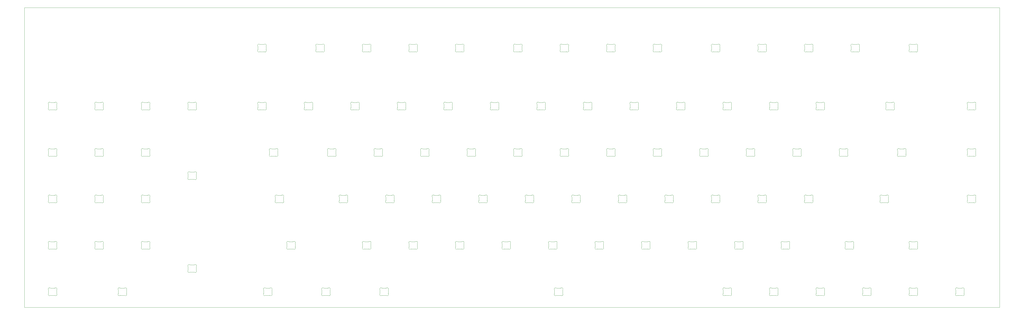
<source format=gbr>
%TF.GenerationSoftware,KiCad,Pcbnew,9.0.5*%
%TF.CreationDate,2026-01-11T09:40:32+07:00*%
%TF.ProjectId,MK98,4d4b3938-2e6b-4696-9361-645f70636258,rev?*%
%TF.SameCoordinates,Original*%
%TF.FileFunction,Profile,NP*%
%FSLAX46Y46*%
G04 Gerber Fmt 4.6, Leading zero omitted, Abs format (unit mm)*
G04 Created by KiCad (PCBNEW 9.0.5) date 2026-01-11 09:40:32*
%MOMM*%
%LPD*%
G01*
G04 APERTURE LIST*
%TA.AperFunction,Profile*%
%ADD10C,0.050000*%
%TD*%
%TA.AperFunction,Profile*%
%ADD11C,0.100000*%
%TD*%
G04 APERTURE END LIST*
D10*
X24085019Y-25462475D02*
X423372519Y-25462475D01*
X423372519Y-148524975D01*
X24085019Y-148524975D01*
X24085019Y-25462475D01*
D11*
%TO.C,LED38*%
X148210001Y-85632843D02*
X148210001Y-84227159D01*
X149115548Y-83430001D02*
X150704452Y-83430001D01*
X150704452Y-86430000D02*
X149115547Y-86430000D01*
X151609999Y-84227159D02*
X151609999Y-85632843D01*
X148160516Y-84010281D02*
G75*
G02*
X148210019Y-84227159I-450516J-216919D01*
G01*
X148160516Y-84010282D02*
G75*
G02*
X148863290Y-83361699I450514J216882D01*
G01*
X148210001Y-85632844D02*
G75*
G02*
X148160516Y-85849721I-499881J-26D01*
G01*
X148863289Y-86498299D02*
G75*
G02*
X148160517Y-85849721I-252259J431699D01*
G01*
X148863289Y-86498299D02*
G75*
G02*
X149115547Y-86430000I252261J-431711D01*
G01*
X149115548Y-83430001D02*
G75*
G02*
X148863289Y-83361702I2J500011D01*
G01*
X150704453Y-86430001D02*
G75*
G02*
X150956711Y-86498300I-3J-500009D01*
G01*
X150956710Y-83361702D02*
G75*
G02*
X150704452Y-83430001I-252261J431710D01*
G01*
X150956711Y-83361704D02*
G75*
G02*
X151659484Y-84010281I252258J-431700D01*
G01*
X151609999Y-84227158D02*
G75*
G02*
X151659484Y-84010281I499990J1D01*
G01*
X151659484Y-85849721D02*
G75*
G02*
X150956711Y-86498300I-450515J-216878D01*
G01*
X151659484Y-85849721D02*
G75*
G02*
X151609999Y-85632843I450505J216876D01*
G01*
%TO.C,LED87*%
X62485001Y-142782841D02*
X62485001Y-141377157D01*
X63390548Y-140580000D02*
X64979453Y-140580000D01*
X64979452Y-143579999D02*
X63390548Y-143579999D01*
X65884999Y-141377157D02*
X65884999Y-142782841D01*
X62435516Y-141160279D02*
G75*
G02*
X62484976Y-141377157I-450516J-216821D01*
G01*
X62435516Y-141160279D02*
G75*
G02*
X63138289Y-140511700I450514J216879D01*
G01*
X62485001Y-142782842D02*
G75*
G02*
X62435517Y-142999719I-500361J82D01*
G01*
X63138289Y-143648296D02*
G75*
G02*
X62435520Y-142999721I-252259J431696D01*
G01*
X63138290Y-143648298D02*
G75*
G02*
X63390548Y-143580000I252260J-431712D01*
G01*
X63390547Y-140579999D02*
G75*
G02*
X63138289Y-140511700I3J500009D01*
G01*
X64979452Y-143579999D02*
G75*
G02*
X65231711Y-143648298I-2J-500009D01*
G01*
X65231711Y-140511701D02*
G75*
G02*
X64979453Y-140580000I-252261J431710D01*
G01*
X65231711Y-140511701D02*
G75*
G02*
X65934484Y-141160279I252258J-431701D01*
G01*
X65884999Y-141377156D02*
G75*
G02*
X65934484Y-141160279I499990J1D01*
G01*
X65934484Y-142999718D02*
G75*
G02*
X65231711Y-143648298I-450514J-216880D01*
G01*
X65934484Y-142999719D02*
G75*
G02*
X65884999Y-142782841I450505J216876D01*
G01*
%TO.C,LED10*%
X305372501Y-42770343D02*
X305372501Y-41364659D01*
X306278048Y-40567501D02*
X307866952Y-40567501D01*
X307866952Y-43567500D02*
X306278047Y-43567500D01*
X308772499Y-41364659D02*
X308772499Y-42770343D01*
X305323016Y-41147781D02*
G75*
G02*
X305372519Y-41364659I-450516J-216919D01*
G01*
X305323016Y-41147782D02*
G75*
G02*
X306025790Y-40499199I450514J216882D01*
G01*
X305372501Y-42770344D02*
G75*
G02*
X305323016Y-42987221I-499881J-26D01*
G01*
X306025789Y-43635799D02*
G75*
G02*
X305323017Y-42987221I-252259J431699D01*
G01*
X306025789Y-43635799D02*
G75*
G02*
X306278047Y-43567500I252261J-431711D01*
G01*
X306278048Y-40567501D02*
G75*
G02*
X306025789Y-40499202I2J500011D01*
G01*
X307866953Y-43567501D02*
G75*
G02*
X308119211Y-43635800I-3J-500009D01*
G01*
X308119210Y-40499202D02*
G75*
G02*
X307866952Y-40567501I-252261J431710D01*
G01*
X308119211Y-40499204D02*
G75*
G02*
X308821984Y-41147781I252258J-431700D01*
G01*
X308772499Y-41364658D02*
G75*
G02*
X308821984Y-41147781I499990J1D01*
G01*
X308821984Y-42987221D02*
G75*
G02*
X308119211Y-43635800I-450515J-216878D01*
G01*
X308821984Y-42987221D02*
G75*
G02*
X308772499Y-42770343I450505J216876D01*
G01*
%TO.C,LED59*%
X210122501Y-104682841D02*
X210122501Y-103277157D01*
X211028048Y-102480000D02*
X212616953Y-102480000D01*
X212616952Y-105479999D02*
X211028048Y-105479999D01*
X213522499Y-103277157D02*
X213522499Y-104682841D01*
X210073016Y-103060279D02*
G75*
G02*
X210122476Y-103277157I-450516J-216821D01*
G01*
X210073016Y-103060279D02*
G75*
G02*
X210775789Y-102411700I450514J216879D01*
G01*
X210122501Y-104682842D02*
G75*
G02*
X210073017Y-104899719I-500361J82D01*
G01*
X210775789Y-105548296D02*
G75*
G02*
X210073020Y-104899721I-252259J431696D01*
G01*
X210775790Y-105548298D02*
G75*
G02*
X211028048Y-105480000I252260J-431712D01*
G01*
X211028047Y-102479999D02*
G75*
G02*
X210775789Y-102411700I3J500009D01*
G01*
X212616952Y-105479999D02*
G75*
G02*
X212869211Y-105548298I-2J-500009D01*
G01*
X212869211Y-102411701D02*
G75*
G02*
X212616953Y-102480000I-252261J431710D01*
G01*
X212869211Y-102411701D02*
G75*
G02*
X213571984Y-103060279I252258J-431701D01*
G01*
X213522499Y-103277156D02*
G75*
G02*
X213571984Y-103060279I499990J1D01*
G01*
X213571984Y-104899718D02*
G75*
G02*
X212869211Y-105548298I-450514J-216880D01*
G01*
X213571984Y-104899719D02*
G75*
G02*
X213522499Y-104682841I450505J216876D01*
G01*
%TO.C,LED68*%
X410147501Y-104682841D02*
X410147501Y-103277157D01*
X411053048Y-102480000D02*
X412641953Y-102480000D01*
X412641952Y-105479999D02*
X411053048Y-105479999D01*
X413547499Y-103277157D02*
X413547499Y-104682841D01*
X410098016Y-103060279D02*
G75*
G02*
X410147476Y-103277157I-450516J-216821D01*
G01*
X410098016Y-103060279D02*
G75*
G02*
X410800789Y-102411700I450514J216879D01*
G01*
X410147501Y-104682842D02*
G75*
G02*
X410098017Y-104899719I-500361J82D01*
G01*
X410800789Y-105548296D02*
G75*
G02*
X410098020Y-104899721I-252259J431696D01*
G01*
X410800790Y-105548298D02*
G75*
G02*
X411053048Y-105480000I252260J-431712D01*
G01*
X411053047Y-102479999D02*
G75*
G02*
X410800789Y-102411700I3J500009D01*
G01*
X412641952Y-105479999D02*
G75*
G02*
X412894211Y-105548298I-2J-500009D01*
G01*
X412894211Y-102411701D02*
G75*
G02*
X412641953Y-102480000I-252261J431710D01*
G01*
X412894211Y-102411701D02*
G75*
G02*
X413596984Y-103060279I252258J-431701D01*
G01*
X413547499Y-103277156D02*
G75*
G02*
X413596984Y-103060279I499990J1D01*
G01*
X413596984Y-104899718D02*
G75*
G02*
X412894211Y-105548298I-450514J-216880D01*
G01*
X413596984Y-104899719D02*
G75*
G02*
X413547499Y-104682841I450505J216876D01*
G01*
%TO.C,LED47*%
X319660001Y-85632843D02*
X319660001Y-84227159D01*
X320565548Y-83430001D02*
X322154452Y-83430001D01*
X322154452Y-86430000D02*
X320565547Y-86430000D01*
X323059999Y-84227159D02*
X323059999Y-85632843D01*
X319610516Y-84010281D02*
G75*
G02*
X319660019Y-84227159I-450516J-216919D01*
G01*
X319610516Y-84010282D02*
G75*
G02*
X320313290Y-83361699I450514J216882D01*
G01*
X319660001Y-85632844D02*
G75*
G02*
X319610516Y-85849721I-499881J-26D01*
G01*
X320313289Y-86498299D02*
G75*
G02*
X319610517Y-85849721I-252259J431699D01*
G01*
X320313289Y-86498299D02*
G75*
G02*
X320565547Y-86430000I252261J-431711D01*
G01*
X320565548Y-83430001D02*
G75*
G02*
X320313289Y-83361702I2J500011D01*
G01*
X322154453Y-86430001D02*
G75*
G02*
X322406711Y-86498300I-3J-500009D01*
G01*
X322406710Y-83361702D02*
G75*
G02*
X322154452Y-83430001I-252261J431710D01*
G01*
X322406711Y-83361704D02*
G75*
G02*
X323109484Y-84010281I252258J-431700D01*
G01*
X323059999Y-84227158D02*
G75*
G02*
X323109484Y-84010281I499990J1D01*
G01*
X323109484Y-85849721D02*
G75*
G02*
X322406711Y-86498300I-450515J-216878D01*
G01*
X323109484Y-85849721D02*
G75*
G02*
X323059999Y-85632843I450505J216876D01*
G01*
%TO.C,LED95*%
X367285001Y-142782841D02*
X367285001Y-141377157D01*
X368190548Y-140580000D02*
X369779453Y-140580000D01*
X369779452Y-143579999D02*
X368190548Y-143579999D01*
X370684999Y-141377157D02*
X370684999Y-142782841D01*
X367235516Y-141160279D02*
G75*
G02*
X367284976Y-141377157I-450516J-216821D01*
G01*
X367235516Y-141160279D02*
G75*
G02*
X367938289Y-140511700I450514J216879D01*
G01*
X367285001Y-142782842D02*
G75*
G02*
X367235517Y-142999719I-500361J82D01*
G01*
X367938289Y-143648296D02*
G75*
G02*
X367235520Y-142999721I-252259J431696D01*
G01*
X367938290Y-143648298D02*
G75*
G02*
X368190548Y-143580000I252260J-431712D01*
G01*
X368190547Y-140579999D02*
G75*
G02*
X367938289Y-140511700I3J500009D01*
G01*
X369779452Y-143579999D02*
G75*
G02*
X370031711Y-143648298I-2J-500009D01*
G01*
X370031711Y-140511701D02*
G75*
G02*
X369779453Y-140580000I-252261J431710D01*
G01*
X370031711Y-140511701D02*
G75*
G02*
X370734484Y-141160279I252258J-431701D01*
G01*
X370684999Y-141377156D02*
G75*
G02*
X370734484Y-141160279I499990J1D01*
G01*
X370734484Y-142999718D02*
G75*
G02*
X370031711Y-143648298I-450514J-216880D01*
G01*
X370734484Y-142999719D02*
G75*
G02*
X370684999Y-142782841I450505J216876D01*
G01*
%TO.C,LED96*%
X386335001Y-142782841D02*
X386335001Y-141377157D01*
X387240548Y-140580000D02*
X388829453Y-140580000D01*
X388829452Y-143579999D02*
X387240548Y-143579999D01*
X389734999Y-141377157D02*
X389734999Y-142782841D01*
X386285516Y-141160279D02*
G75*
G02*
X386334976Y-141377157I-450516J-216821D01*
G01*
X386285516Y-141160279D02*
G75*
G02*
X386988289Y-140511700I450514J216879D01*
G01*
X386335001Y-142782842D02*
G75*
G02*
X386285517Y-142999719I-500361J82D01*
G01*
X386988289Y-143648296D02*
G75*
G02*
X386285520Y-142999721I-252259J431696D01*
G01*
X386988290Y-143648298D02*
G75*
G02*
X387240548Y-143580000I252260J-431712D01*
G01*
X387240547Y-140579999D02*
G75*
G02*
X386988289Y-140511700I3J500009D01*
G01*
X388829452Y-143579999D02*
G75*
G02*
X389081711Y-143648298I-2J-500009D01*
G01*
X389081711Y-140511701D02*
G75*
G02*
X388829453Y-140580000I-252261J431710D01*
G01*
X389081711Y-140511701D02*
G75*
G02*
X389784484Y-141160279I252258J-431701D01*
G01*
X389734999Y-141377156D02*
G75*
G02*
X389784484Y-141160279I499990J1D01*
G01*
X389784484Y-142999718D02*
G75*
G02*
X389081711Y-143648298I-450514J-216880D01*
G01*
X389784484Y-142999719D02*
G75*
G02*
X389734999Y-142782841I450505J216876D01*
G01*
%TO.C,LED74*%
X162497501Y-123732843D02*
X162497501Y-122327159D01*
X163403048Y-121530001D02*
X164991952Y-121530001D01*
X164991952Y-124530000D02*
X163403047Y-124530000D01*
X165897499Y-122327159D02*
X165897499Y-123732843D01*
X162448016Y-122110281D02*
G75*
G02*
X162497519Y-122327159I-450516J-216919D01*
G01*
X162448016Y-122110282D02*
G75*
G02*
X163150790Y-121461699I450514J216882D01*
G01*
X162497501Y-123732844D02*
G75*
G02*
X162448016Y-123949721I-499881J-26D01*
G01*
X163150789Y-124598299D02*
G75*
G02*
X162448017Y-123949721I-252259J431699D01*
G01*
X163150789Y-124598299D02*
G75*
G02*
X163403047Y-124530000I252261J-431711D01*
G01*
X163403048Y-121530001D02*
G75*
G02*
X163150789Y-121461702I2J500011D01*
G01*
X164991953Y-124530001D02*
G75*
G02*
X165244211Y-124598300I-3J-500009D01*
G01*
X165244210Y-121461702D02*
G75*
G02*
X164991952Y-121530001I-252261J431710D01*
G01*
X165244211Y-121461704D02*
G75*
G02*
X165946984Y-122110281I252258J-431700D01*
G01*
X165897499Y-122327158D02*
G75*
G02*
X165946984Y-122110281I499990J1D01*
G01*
X165946984Y-123949721D02*
G75*
G02*
X165244211Y-124598300I-450515J-216878D01*
G01*
X165946984Y-123949721D02*
G75*
G02*
X165897499Y-123732843I450505J216876D01*
G01*
%TO.C,LED26*%
X252985001Y-66582841D02*
X252985001Y-65177157D01*
X253890548Y-64380000D02*
X255479453Y-64380000D01*
X255479452Y-67379999D02*
X253890548Y-67379999D01*
X256384999Y-65177157D02*
X256384999Y-66582841D01*
X252935516Y-64960279D02*
G75*
G02*
X252984976Y-65177157I-450516J-216821D01*
G01*
X252935516Y-64960279D02*
G75*
G02*
X253638289Y-64311700I450514J216879D01*
G01*
X252985001Y-66582842D02*
G75*
G02*
X252935517Y-66799719I-500361J82D01*
G01*
X253638289Y-67448296D02*
G75*
G02*
X252935520Y-66799721I-252259J431696D01*
G01*
X253638290Y-67448298D02*
G75*
G02*
X253890548Y-67380000I252260J-431712D01*
G01*
X253890547Y-64379999D02*
G75*
G02*
X253638289Y-64311700I3J500009D01*
G01*
X255479452Y-67379999D02*
G75*
G02*
X255731711Y-67448298I-2J-500009D01*
G01*
X255731711Y-64311701D02*
G75*
G02*
X255479453Y-64380000I-252261J431710D01*
G01*
X255731711Y-64311701D02*
G75*
G02*
X256434484Y-64960279I252258J-431701D01*
G01*
X256384999Y-65177156D02*
G75*
G02*
X256434484Y-64960279I499990J1D01*
G01*
X256434484Y-66799718D02*
G75*
G02*
X255731711Y-67448298I-450514J-216880D01*
G01*
X256434484Y-66799719D02*
G75*
G02*
X256384999Y-66582841I450505J216876D01*
G01*
%TO.C,LED43*%
X243460001Y-85632843D02*
X243460001Y-84227159D01*
X244365548Y-83430001D02*
X245954452Y-83430001D01*
X245954452Y-86430000D02*
X244365547Y-86430000D01*
X246859999Y-84227159D02*
X246859999Y-85632843D01*
X243410516Y-84010281D02*
G75*
G02*
X243460019Y-84227159I-450516J-216919D01*
G01*
X243410516Y-84010282D02*
G75*
G02*
X244113290Y-83361699I450514J216882D01*
G01*
X243460001Y-85632844D02*
G75*
G02*
X243410516Y-85849721I-499881J-26D01*
G01*
X244113289Y-86498299D02*
G75*
G02*
X243410517Y-85849721I-252259J431699D01*
G01*
X244113289Y-86498299D02*
G75*
G02*
X244365547Y-86430000I252261J-431711D01*
G01*
X244365548Y-83430001D02*
G75*
G02*
X244113289Y-83361702I2J500011D01*
G01*
X245954453Y-86430001D02*
G75*
G02*
X246206711Y-86498300I-3J-500009D01*
G01*
X246206710Y-83361702D02*
G75*
G02*
X245954452Y-83430001I-252261J431710D01*
G01*
X246206711Y-83361704D02*
G75*
G02*
X246909484Y-84010281I252258J-431700D01*
G01*
X246859999Y-84227158D02*
G75*
G02*
X246909484Y-84010281I499990J1D01*
G01*
X246909484Y-85849721D02*
G75*
G02*
X246206711Y-86498300I-450515J-216878D01*
G01*
X246909484Y-85849721D02*
G75*
G02*
X246859999Y-85632843I450505J216876D01*
G01*
%TO.C,LED19*%
X119635001Y-66582841D02*
X119635001Y-65177157D01*
X120540548Y-64380000D02*
X122129453Y-64380000D01*
X122129452Y-67379999D02*
X120540548Y-67379999D01*
X123034999Y-65177157D02*
X123034999Y-66582841D01*
X119585516Y-64960279D02*
G75*
G02*
X119634976Y-65177157I-450516J-216821D01*
G01*
X119585516Y-64960279D02*
G75*
G02*
X120288289Y-64311700I450514J216879D01*
G01*
X119635001Y-66582842D02*
G75*
G02*
X119585517Y-66799719I-500361J82D01*
G01*
X120288289Y-67448296D02*
G75*
G02*
X119585520Y-66799721I-252259J431696D01*
G01*
X120288290Y-67448298D02*
G75*
G02*
X120540548Y-67380000I252260J-431712D01*
G01*
X120540547Y-64379999D02*
G75*
G02*
X120288289Y-64311700I3J500009D01*
G01*
X122129452Y-67379999D02*
G75*
G02*
X122381711Y-67448298I-2J-500009D01*
G01*
X122381711Y-64311701D02*
G75*
G02*
X122129453Y-64380000I-252261J431710D01*
G01*
X122381711Y-64311701D02*
G75*
G02*
X123084484Y-64960279I252258J-431701D01*
G01*
X123034999Y-65177156D02*
G75*
G02*
X123084484Y-64960279I499990J1D01*
G01*
X123084484Y-66799718D02*
G75*
G02*
X122381711Y-67448298I-450514J-216880D01*
G01*
X123084484Y-66799719D02*
G75*
G02*
X123034999Y-66582841I450505J216876D01*
G01*
%TO.C,LED8*%
X262510001Y-42770343D02*
X262510001Y-41364659D01*
X263415548Y-40567501D02*
X265004452Y-40567501D01*
X265004452Y-43567500D02*
X263415547Y-43567500D01*
X265909999Y-41364659D02*
X265909999Y-42770343D01*
X262460516Y-41147781D02*
G75*
G02*
X262510019Y-41364659I-450516J-216919D01*
G01*
X262460516Y-41147782D02*
G75*
G02*
X263163290Y-40499199I450514J216882D01*
G01*
X262510001Y-42770344D02*
G75*
G02*
X262460516Y-42987221I-499881J-26D01*
G01*
X263163289Y-43635799D02*
G75*
G02*
X262460517Y-42987221I-252259J431699D01*
G01*
X263163289Y-43635799D02*
G75*
G02*
X263415547Y-43567500I252261J-431711D01*
G01*
X263415548Y-40567501D02*
G75*
G02*
X263163289Y-40499202I2J500011D01*
G01*
X265004453Y-43567501D02*
G75*
G02*
X265256711Y-43635800I-3J-500009D01*
G01*
X265256710Y-40499202D02*
G75*
G02*
X265004452Y-40567501I-252261J431710D01*
G01*
X265256711Y-40499204D02*
G75*
G02*
X265959484Y-41147781I252258J-431700D01*
G01*
X265909999Y-41364658D02*
G75*
G02*
X265959484Y-41147781I499990J1D01*
G01*
X265959484Y-42987221D02*
G75*
G02*
X265256711Y-43635800I-450515J-216878D01*
G01*
X265959484Y-42987221D02*
G75*
G02*
X265909999Y-42770343I450505J216876D01*
G01*
%TO.C,LED50*%
X381572501Y-85632843D02*
X381572501Y-84227159D01*
X382478048Y-83430001D02*
X384066952Y-83430001D01*
X384066952Y-86430000D02*
X382478047Y-86430000D01*
X384972499Y-84227159D02*
X384972499Y-85632843D01*
X381523016Y-84010281D02*
G75*
G02*
X381572519Y-84227159I-450516J-216919D01*
G01*
X381523016Y-84010282D02*
G75*
G02*
X382225790Y-83361699I450514J216882D01*
G01*
X381572501Y-85632844D02*
G75*
G02*
X381523016Y-85849721I-499881J-26D01*
G01*
X382225789Y-86498299D02*
G75*
G02*
X381523017Y-85849721I-252259J431699D01*
G01*
X382225789Y-86498299D02*
G75*
G02*
X382478047Y-86430000I252261J-431711D01*
G01*
X382478048Y-83430001D02*
G75*
G02*
X382225789Y-83361702I2J500011D01*
G01*
X384066953Y-86430001D02*
G75*
G02*
X384319211Y-86498300I-3J-500009D01*
G01*
X384319210Y-83361702D02*
G75*
G02*
X384066952Y-83430001I-252261J431710D01*
G01*
X384319211Y-83361704D02*
G75*
G02*
X385021984Y-84010281I252258J-431700D01*
G01*
X384972499Y-84227158D02*
G75*
G02*
X385021984Y-84010281I499990J1D01*
G01*
X385021984Y-85849721D02*
G75*
G02*
X384319211Y-86498300I-450515J-216878D01*
G01*
X385021984Y-85849721D02*
G75*
G02*
X384972499Y-85632843I450505J216876D01*
G01*
%TO.C,LED48*%
X338710001Y-85632843D02*
X338710001Y-84227159D01*
X339615548Y-83430001D02*
X341204452Y-83430001D01*
X341204452Y-86430000D02*
X339615547Y-86430000D01*
X342109999Y-84227159D02*
X342109999Y-85632843D01*
X338660516Y-84010281D02*
G75*
G02*
X338710019Y-84227159I-450516J-216919D01*
G01*
X338660516Y-84010282D02*
G75*
G02*
X339363290Y-83361699I450514J216882D01*
G01*
X338710001Y-85632844D02*
G75*
G02*
X338660516Y-85849721I-499881J-26D01*
G01*
X339363289Y-86498299D02*
G75*
G02*
X338660517Y-85849721I-252259J431699D01*
G01*
X339363289Y-86498299D02*
G75*
G02*
X339615547Y-86430000I252261J-431711D01*
G01*
X339615548Y-83430001D02*
G75*
G02*
X339363289Y-83361702I2J500011D01*
G01*
X341204453Y-86430001D02*
G75*
G02*
X341456711Y-86498300I-3J-500009D01*
G01*
X341456710Y-83361702D02*
G75*
G02*
X341204452Y-83430001I-252261J431710D01*
G01*
X341456711Y-83361704D02*
G75*
G02*
X342159484Y-84010281I252258J-431700D01*
G01*
X342109999Y-84227158D02*
G75*
G02*
X342159484Y-84010281I499990J1D01*
G01*
X342159484Y-85849721D02*
G75*
G02*
X341456711Y-86498300I-450515J-216878D01*
G01*
X342159484Y-85849721D02*
G75*
G02*
X342109999Y-85632843I450505J216876D01*
G01*
%TO.C,LED61*%
X248222501Y-104682841D02*
X248222501Y-103277157D01*
X249128048Y-102480000D02*
X250716953Y-102480000D01*
X250716952Y-105479999D02*
X249128048Y-105479999D01*
X251622499Y-103277157D02*
X251622499Y-104682841D01*
X248173016Y-103060279D02*
G75*
G02*
X248222476Y-103277157I-450516J-216821D01*
G01*
X248173016Y-103060279D02*
G75*
G02*
X248875789Y-102411700I450514J216879D01*
G01*
X248222501Y-104682842D02*
G75*
G02*
X248173017Y-104899719I-500361J82D01*
G01*
X248875789Y-105548296D02*
G75*
G02*
X248173020Y-104899721I-252259J431696D01*
G01*
X248875790Y-105548298D02*
G75*
G02*
X249128048Y-105480000I252260J-431712D01*
G01*
X249128047Y-102479999D02*
G75*
G02*
X248875789Y-102411700I3J500009D01*
G01*
X250716952Y-105479999D02*
G75*
G02*
X250969211Y-105548298I-2J-500009D01*
G01*
X250969211Y-102411701D02*
G75*
G02*
X250716953Y-102480000I-252261J431710D01*
G01*
X250969211Y-102411701D02*
G75*
G02*
X251671984Y-103060279I252258J-431701D01*
G01*
X251622499Y-103277156D02*
G75*
G02*
X251671984Y-103060279I499990J1D01*
G01*
X251671984Y-104899718D02*
G75*
G02*
X250969211Y-105548298I-450514J-216880D01*
G01*
X251671984Y-104899719D02*
G75*
G02*
X251622499Y-104682841I450505J216876D01*
G01*
%TO.C,LED63*%
X286322501Y-104682841D02*
X286322501Y-103277157D01*
X287228048Y-102480000D02*
X288816953Y-102480000D01*
X288816952Y-105479999D02*
X287228048Y-105479999D01*
X289722499Y-103277157D02*
X289722499Y-104682841D01*
X286273016Y-103060279D02*
G75*
G02*
X286322476Y-103277157I-450516J-216821D01*
G01*
X286273016Y-103060279D02*
G75*
G02*
X286975789Y-102411700I450514J216879D01*
G01*
X286322501Y-104682842D02*
G75*
G02*
X286273017Y-104899719I-500361J82D01*
G01*
X286975789Y-105548296D02*
G75*
G02*
X286273020Y-104899721I-252259J431696D01*
G01*
X286975790Y-105548298D02*
G75*
G02*
X287228048Y-105480000I252260J-431712D01*
G01*
X287228047Y-102479999D02*
G75*
G02*
X286975789Y-102411700I3J500009D01*
G01*
X288816952Y-105479999D02*
G75*
G02*
X289069211Y-105548298I-2J-500009D01*
G01*
X289069211Y-102411701D02*
G75*
G02*
X288816953Y-102480000I-252261J431710D01*
G01*
X289069211Y-102411701D02*
G75*
G02*
X289771984Y-103060279I252258J-431701D01*
G01*
X289722499Y-103277156D02*
G75*
G02*
X289771984Y-103060279I499990J1D01*
G01*
X289771984Y-104899718D02*
G75*
G02*
X289069211Y-105548298I-450514J-216880D01*
G01*
X289771984Y-104899719D02*
G75*
G02*
X289722499Y-104682841I450505J216876D01*
G01*
%TO.C,LED46*%
X300610001Y-85632843D02*
X300610001Y-84227159D01*
X301515548Y-83430001D02*
X303104452Y-83430001D01*
X303104452Y-86430000D02*
X301515547Y-86430000D01*
X304009999Y-84227159D02*
X304009999Y-85632843D01*
X300560516Y-84010281D02*
G75*
G02*
X300610019Y-84227159I-450516J-216919D01*
G01*
X300560516Y-84010282D02*
G75*
G02*
X301263290Y-83361699I450514J216882D01*
G01*
X300610001Y-85632844D02*
G75*
G02*
X300560516Y-85849721I-499881J-26D01*
G01*
X301263289Y-86498299D02*
G75*
G02*
X300560517Y-85849721I-252259J431699D01*
G01*
X301263289Y-86498299D02*
G75*
G02*
X301515547Y-86430000I252261J-431711D01*
G01*
X301515548Y-83430001D02*
G75*
G02*
X301263289Y-83361702I2J500011D01*
G01*
X303104453Y-86430001D02*
G75*
G02*
X303356711Y-86498300I-3J-500009D01*
G01*
X303356710Y-83361702D02*
G75*
G02*
X303104452Y-83430001I-252261J431710D01*
G01*
X303356711Y-83361704D02*
G75*
G02*
X304059484Y-84010281I252258J-431700D01*
G01*
X304009999Y-84227158D02*
G75*
G02*
X304059484Y-84010281I499990J1D01*
G01*
X304059484Y-85849721D02*
G75*
G02*
X303356711Y-86498300I-450515J-216878D01*
G01*
X304059484Y-85849721D02*
G75*
G02*
X304009999Y-85632843I450505J216876D01*
G01*
%TO.C,LED1*%
X119635001Y-42770343D02*
X119635001Y-41364659D01*
X120540548Y-40567501D02*
X122129452Y-40567501D01*
X122129452Y-43567500D02*
X120540547Y-43567500D01*
X123034999Y-41364659D02*
X123034999Y-42770343D01*
X119585516Y-41147781D02*
G75*
G02*
X119635019Y-41364659I-450516J-216919D01*
G01*
X119585516Y-41147782D02*
G75*
G02*
X120288290Y-40499199I450514J216882D01*
G01*
X119635001Y-42770344D02*
G75*
G02*
X119585516Y-42987221I-499881J-26D01*
G01*
X120288289Y-43635799D02*
G75*
G02*
X119585517Y-42987221I-252259J431699D01*
G01*
X120288289Y-43635799D02*
G75*
G02*
X120540547Y-43567500I252261J-431711D01*
G01*
X120540548Y-40567501D02*
G75*
G02*
X120288289Y-40499202I2J500011D01*
G01*
X122129453Y-43567501D02*
G75*
G02*
X122381711Y-43635800I-3J-500009D01*
G01*
X122381710Y-40499202D02*
G75*
G02*
X122129452Y-40567501I-252261J431710D01*
G01*
X122381711Y-40499204D02*
G75*
G02*
X123084484Y-41147781I252258J-431700D01*
G01*
X123034999Y-41364658D02*
G75*
G02*
X123084484Y-41147781I499990J1D01*
G01*
X123084484Y-42987221D02*
G75*
G02*
X122381711Y-43635800I-450515J-216878D01*
G01*
X123084484Y-42987221D02*
G75*
G02*
X123034999Y-42770343I450505J216876D01*
G01*
%TO.C,LED11*%
X324422501Y-42770343D02*
X324422501Y-41364659D01*
X325328048Y-40567501D02*
X326916952Y-40567501D01*
X326916952Y-43567500D02*
X325328047Y-43567500D01*
X327822499Y-41364659D02*
X327822499Y-42770343D01*
X324373016Y-41147781D02*
G75*
G02*
X324422519Y-41364659I-450516J-216919D01*
G01*
X324373016Y-41147782D02*
G75*
G02*
X325075790Y-40499199I450514J216882D01*
G01*
X324422501Y-42770344D02*
G75*
G02*
X324373016Y-42987221I-499881J-26D01*
G01*
X325075789Y-43635799D02*
G75*
G02*
X324373017Y-42987221I-252259J431699D01*
G01*
X325075789Y-43635799D02*
G75*
G02*
X325328047Y-43567500I252261J-431711D01*
G01*
X325328048Y-40567501D02*
G75*
G02*
X325075789Y-40499202I2J500011D01*
G01*
X326916953Y-43567501D02*
G75*
G02*
X327169211Y-43635800I-3J-500009D01*
G01*
X327169210Y-40499202D02*
G75*
G02*
X326916952Y-40567501I-252261J431710D01*
G01*
X327169211Y-40499204D02*
G75*
G02*
X327871984Y-41147781I252258J-431700D01*
G01*
X327822499Y-41364658D02*
G75*
G02*
X327871984Y-41147781I499990J1D01*
G01*
X327871984Y-42987221D02*
G75*
G02*
X327169211Y-43635800I-450515J-216878D01*
G01*
X327871984Y-42987221D02*
G75*
G02*
X327822499Y-42770343I450505J216876D01*
G01*
%TO.C,LED6*%
X224410001Y-42770343D02*
X224410001Y-41364659D01*
X225315548Y-40567501D02*
X226904452Y-40567501D01*
X226904452Y-43567500D02*
X225315547Y-43567500D01*
X227809999Y-41364659D02*
X227809999Y-42770343D01*
X224360516Y-41147781D02*
G75*
G02*
X224410019Y-41364659I-450516J-216919D01*
G01*
X224360516Y-41147782D02*
G75*
G02*
X225063290Y-40499199I450514J216882D01*
G01*
X224410001Y-42770344D02*
G75*
G02*
X224360516Y-42987221I-499881J-26D01*
G01*
X225063289Y-43635799D02*
G75*
G02*
X224360517Y-42987221I-252259J431699D01*
G01*
X225063289Y-43635799D02*
G75*
G02*
X225315547Y-43567500I252261J-431711D01*
G01*
X225315548Y-40567501D02*
G75*
G02*
X225063289Y-40499202I2J500011D01*
G01*
X226904453Y-43567501D02*
G75*
G02*
X227156711Y-43635800I-3J-500009D01*
G01*
X227156710Y-40499202D02*
G75*
G02*
X226904452Y-40567501I-252261J431710D01*
G01*
X227156711Y-40499204D02*
G75*
G02*
X227859484Y-41147781I252258J-431700D01*
G01*
X227809999Y-41364658D02*
G75*
G02*
X227859484Y-41147781I499990J1D01*
G01*
X227859484Y-42987221D02*
G75*
G02*
X227156711Y-43635800I-450515J-216878D01*
G01*
X227859484Y-42987221D02*
G75*
G02*
X227809999Y-42770343I450505J216876D01*
G01*
%TO.C,LED22*%
X176785001Y-66582841D02*
X176785001Y-65177157D01*
X177690548Y-64380000D02*
X179279453Y-64380000D01*
X179279452Y-67379999D02*
X177690548Y-67379999D01*
X180184999Y-65177157D02*
X180184999Y-66582841D01*
X176735516Y-64960279D02*
G75*
G02*
X176784976Y-65177157I-450516J-216821D01*
G01*
X176735516Y-64960279D02*
G75*
G02*
X177438289Y-64311700I450514J216879D01*
G01*
X176785001Y-66582842D02*
G75*
G02*
X176735517Y-66799719I-500361J82D01*
G01*
X177438289Y-67448296D02*
G75*
G02*
X176735520Y-66799721I-252259J431696D01*
G01*
X177438290Y-67448298D02*
G75*
G02*
X177690548Y-67380000I252260J-431712D01*
G01*
X177690547Y-64379999D02*
G75*
G02*
X177438289Y-64311700I3J500009D01*
G01*
X179279452Y-67379999D02*
G75*
G02*
X179531711Y-67448298I-2J-500009D01*
G01*
X179531711Y-64311701D02*
G75*
G02*
X179279453Y-64380000I-252261J431710D01*
G01*
X179531711Y-64311701D02*
G75*
G02*
X180234484Y-64960279I252258J-431701D01*
G01*
X180184999Y-65177156D02*
G75*
G02*
X180234484Y-64960279I499990J1D01*
G01*
X180234484Y-66799718D02*
G75*
G02*
X179531711Y-67448298I-450514J-216880D01*
G01*
X180234484Y-66799719D02*
G75*
G02*
X180184999Y-66582841I450505J216876D01*
G01*
%TO.C,LED71*%
X72010001Y-123732843D02*
X72010001Y-122327159D01*
X72915548Y-121530001D02*
X74504452Y-121530001D01*
X74504452Y-124530000D02*
X72915547Y-124530000D01*
X75409999Y-122327159D02*
X75409999Y-123732843D01*
X71960516Y-122110281D02*
G75*
G02*
X72010019Y-122327159I-450516J-216919D01*
G01*
X71960516Y-122110282D02*
G75*
G02*
X72663290Y-121461699I450514J216882D01*
G01*
X72010001Y-123732844D02*
G75*
G02*
X71960516Y-123949721I-499881J-26D01*
G01*
X72663289Y-124598299D02*
G75*
G02*
X71960517Y-123949721I-252259J431699D01*
G01*
X72663289Y-124598299D02*
G75*
G02*
X72915547Y-124530000I252261J-431711D01*
G01*
X72915548Y-121530001D02*
G75*
G02*
X72663289Y-121461702I2J500011D01*
G01*
X74504453Y-124530001D02*
G75*
G02*
X74756711Y-124598300I-3J-500009D01*
G01*
X74756710Y-121461702D02*
G75*
G02*
X74504452Y-121530001I-252261J431710D01*
G01*
X74756711Y-121461704D02*
G75*
G02*
X75459484Y-122110281I252258J-431700D01*
G01*
X75409999Y-122327158D02*
G75*
G02*
X75459484Y-122110281I499990J1D01*
G01*
X75459484Y-123949721D02*
G75*
G02*
X74756711Y-124598300I-450515J-216878D01*
G01*
X75459484Y-123949721D02*
G75*
G02*
X75409999Y-123732843I450505J216876D01*
G01*
%TO.C,LED88*%
X122016251Y-142782841D02*
X122016251Y-141377157D01*
X122921798Y-140580000D02*
X124510703Y-140580000D01*
X124510702Y-143579999D02*
X122921798Y-143579999D01*
X125416249Y-141377157D02*
X125416249Y-142782841D01*
X121966766Y-141160279D02*
G75*
G02*
X122016226Y-141377157I-450516J-216821D01*
G01*
X121966766Y-141160279D02*
G75*
G02*
X122669539Y-140511700I450514J216879D01*
G01*
X122016251Y-142782842D02*
G75*
G02*
X121966767Y-142999719I-500361J82D01*
G01*
X122669539Y-143648296D02*
G75*
G02*
X121966770Y-142999721I-252259J431696D01*
G01*
X122669540Y-143648298D02*
G75*
G02*
X122921798Y-143580000I252260J-431712D01*
G01*
X122921797Y-140579999D02*
G75*
G02*
X122669539Y-140511700I3J500009D01*
G01*
X124510702Y-143579999D02*
G75*
G02*
X124762961Y-143648298I-2J-500009D01*
G01*
X124762961Y-140511701D02*
G75*
G02*
X124510703Y-140580000I-252261J431710D01*
G01*
X124762961Y-140511701D02*
G75*
G02*
X125465734Y-141160279I252258J-431701D01*
G01*
X125416249Y-141377156D02*
G75*
G02*
X125465734Y-141160279I499990J1D01*
G01*
X125465734Y-142999718D02*
G75*
G02*
X124762961Y-143648298I-450514J-216880D01*
G01*
X125465734Y-142999719D02*
G75*
G02*
X125416249Y-142782841I450505J216876D01*
G01*
%TO.C,LED86*%
X33910001Y-142782841D02*
X33910001Y-141377157D01*
X34815548Y-140580000D02*
X36404453Y-140580000D01*
X36404452Y-143579999D02*
X34815548Y-143579999D01*
X37309999Y-141377157D02*
X37309999Y-142782841D01*
X33860516Y-141160279D02*
G75*
G02*
X33909976Y-141377157I-450516J-216821D01*
G01*
X33860516Y-141160279D02*
G75*
G02*
X34563289Y-140511700I450514J216879D01*
G01*
X33910001Y-142782842D02*
G75*
G02*
X33860517Y-142999719I-500361J82D01*
G01*
X34563289Y-143648296D02*
G75*
G02*
X33860520Y-142999721I-252259J431696D01*
G01*
X34563290Y-143648298D02*
G75*
G02*
X34815548Y-143580000I252260J-431712D01*
G01*
X34815547Y-140579999D02*
G75*
G02*
X34563289Y-140511700I3J500009D01*
G01*
X36404452Y-143579999D02*
G75*
G02*
X36656711Y-143648298I-2J-500009D01*
G01*
X36656711Y-140511701D02*
G75*
G02*
X36404453Y-140580000I-252261J431710D01*
G01*
X36656711Y-140511701D02*
G75*
G02*
X37359484Y-141160279I252258J-431701D01*
G01*
X37309999Y-141377156D02*
G75*
G02*
X37359484Y-141160279I499990J1D01*
G01*
X37359484Y-142999718D02*
G75*
G02*
X36656711Y-143648298I-450514J-216880D01*
G01*
X37359484Y-142999719D02*
G75*
G02*
X37309999Y-142782841I450505J216876D01*
G01*
%TO.C,LED64*%
X305372501Y-104682841D02*
X305372501Y-103277157D01*
X306278048Y-102480000D02*
X307866953Y-102480000D01*
X307866952Y-105479999D02*
X306278048Y-105479999D01*
X308772499Y-103277157D02*
X308772499Y-104682841D01*
X305323016Y-103060279D02*
G75*
G02*
X305372476Y-103277157I-450516J-216821D01*
G01*
X305323016Y-103060279D02*
G75*
G02*
X306025789Y-102411700I450514J216879D01*
G01*
X305372501Y-104682842D02*
G75*
G02*
X305323017Y-104899719I-500361J82D01*
G01*
X306025789Y-105548296D02*
G75*
G02*
X305323020Y-104899721I-252259J431696D01*
G01*
X306025790Y-105548298D02*
G75*
G02*
X306278048Y-105480000I252260J-431712D01*
G01*
X306278047Y-102479999D02*
G75*
G02*
X306025789Y-102411700I3J500009D01*
G01*
X307866952Y-105479999D02*
G75*
G02*
X308119211Y-105548298I-2J-500009D01*
G01*
X308119211Y-102411701D02*
G75*
G02*
X307866953Y-102480000I-252261J431710D01*
G01*
X308119211Y-102411701D02*
G75*
G02*
X308821984Y-103060279I252258J-431701D01*
G01*
X308772499Y-103277156D02*
G75*
G02*
X308821984Y-103060279I499990J1D01*
G01*
X308821984Y-104899718D02*
G75*
G02*
X308119211Y-105548298I-450514J-216880D01*
G01*
X308821984Y-104899719D02*
G75*
G02*
X308772499Y-104682841I450505J216876D01*
G01*
%TO.C,LED58*%
X191072501Y-104682841D02*
X191072501Y-103277157D01*
X191978048Y-102480000D02*
X193566953Y-102480000D01*
X193566952Y-105479999D02*
X191978048Y-105479999D01*
X194472499Y-103277157D02*
X194472499Y-104682841D01*
X191023016Y-103060279D02*
G75*
G02*
X191072476Y-103277157I-450516J-216821D01*
G01*
X191023016Y-103060279D02*
G75*
G02*
X191725789Y-102411700I450514J216879D01*
G01*
X191072501Y-104682842D02*
G75*
G02*
X191023017Y-104899719I-500361J82D01*
G01*
X191725789Y-105548296D02*
G75*
G02*
X191023020Y-104899721I-252259J431696D01*
G01*
X191725790Y-105548298D02*
G75*
G02*
X191978048Y-105480000I252260J-431712D01*
G01*
X191978047Y-102479999D02*
G75*
G02*
X191725789Y-102411700I3J500009D01*
G01*
X193566952Y-105479999D02*
G75*
G02*
X193819211Y-105548298I-2J-500009D01*
G01*
X193819211Y-102411701D02*
G75*
G02*
X193566953Y-102480000I-252261J431710D01*
G01*
X193819211Y-102411701D02*
G75*
G02*
X194521984Y-103060279I252258J-431701D01*
G01*
X194472499Y-103277156D02*
G75*
G02*
X194521984Y-103060279I499990J1D01*
G01*
X194521984Y-104899718D02*
G75*
G02*
X193819211Y-105548298I-450514J-216880D01*
G01*
X194521984Y-104899719D02*
G75*
G02*
X194472499Y-104682841I450505J216876D01*
G01*
%TO.C,LED32*%
X376810001Y-66582841D02*
X376810001Y-65177157D01*
X377715548Y-64380000D02*
X379304453Y-64380000D01*
X379304452Y-67379999D02*
X377715548Y-67379999D01*
X380209999Y-65177157D02*
X380209999Y-66582841D01*
X376760516Y-64960279D02*
G75*
G02*
X376809976Y-65177157I-450516J-216821D01*
G01*
X376760516Y-64960279D02*
G75*
G02*
X377463289Y-64311700I450514J216879D01*
G01*
X376810001Y-66582842D02*
G75*
G02*
X376760517Y-66799719I-500361J82D01*
G01*
X377463289Y-67448296D02*
G75*
G02*
X376760520Y-66799721I-252259J431696D01*
G01*
X377463290Y-67448298D02*
G75*
G02*
X377715548Y-67380000I252260J-431712D01*
G01*
X377715547Y-64379999D02*
G75*
G02*
X377463289Y-64311700I3J500009D01*
G01*
X379304452Y-67379999D02*
G75*
G02*
X379556711Y-67448298I-2J-500009D01*
G01*
X379556711Y-64311701D02*
G75*
G02*
X379304453Y-64380000I-252261J431710D01*
G01*
X379556711Y-64311701D02*
G75*
G02*
X380259484Y-64960279I252258J-431701D01*
G01*
X380209999Y-65177156D02*
G75*
G02*
X380259484Y-64960279I499990J1D01*
G01*
X380259484Y-66799718D02*
G75*
G02*
X379556711Y-67448298I-450514J-216880D01*
G01*
X380259484Y-66799719D02*
G75*
G02*
X380209999Y-66582841I450505J216876D01*
G01*
%TO.C,LED73*%
X131541251Y-123732843D02*
X131541251Y-122327159D01*
X132446798Y-121530001D02*
X134035702Y-121530001D01*
X134035702Y-124530000D02*
X132446797Y-124530000D01*
X134941249Y-122327159D02*
X134941249Y-123732843D01*
X131491766Y-122110281D02*
G75*
G02*
X131541269Y-122327159I-450516J-216919D01*
G01*
X131491766Y-122110282D02*
G75*
G02*
X132194540Y-121461699I450514J216882D01*
G01*
X131541251Y-123732844D02*
G75*
G02*
X131491766Y-123949721I-499881J-26D01*
G01*
X132194539Y-124598299D02*
G75*
G02*
X131491767Y-123949721I-252259J431699D01*
G01*
X132194539Y-124598299D02*
G75*
G02*
X132446797Y-124530000I252261J-431711D01*
G01*
X132446798Y-121530001D02*
G75*
G02*
X132194539Y-121461702I2J500011D01*
G01*
X134035703Y-124530001D02*
G75*
G02*
X134287961Y-124598300I-3J-500009D01*
G01*
X134287960Y-121461702D02*
G75*
G02*
X134035702Y-121530001I-252261J431710D01*
G01*
X134287961Y-121461704D02*
G75*
G02*
X134990734Y-122110281I252258J-431700D01*
G01*
X134941249Y-122327158D02*
G75*
G02*
X134990734Y-122110281I499990J1D01*
G01*
X134990734Y-123949721D02*
G75*
G02*
X134287961Y-124598300I-450515J-216878D01*
G01*
X134990734Y-123949721D02*
G75*
G02*
X134941249Y-123732843I450505J216876D01*
G01*
%TO.C,LED39*%
X167260001Y-85632843D02*
X167260001Y-84227159D01*
X168165548Y-83430001D02*
X169754452Y-83430001D01*
X169754452Y-86430000D02*
X168165547Y-86430000D01*
X170659999Y-84227159D02*
X170659999Y-85632843D01*
X167210516Y-84010281D02*
G75*
G02*
X167260019Y-84227159I-450516J-216919D01*
G01*
X167210516Y-84010282D02*
G75*
G02*
X167913290Y-83361699I450514J216882D01*
G01*
X167260001Y-85632844D02*
G75*
G02*
X167210516Y-85849721I-499881J-26D01*
G01*
X167913289Y-86498299D02*
G75*
G02*
X167210517Y-85849721I-252259J431699D01*
G01*
X167913289Y-86498299D02*
G75*
G02*
X168165547Y-86430000I252261J-431711D01*
G01*
X168165548Y-83430001D02*
G75*
G02*
X167913289Y-83361702I2J500011D01*
G01*
X169754453Y-86430001D02*
G75*
G02*
X170006711Y-86498300I-3J-500009D01*
G01*
X170006710Y-83361702D02*
G75*
G02*
X169754452Y-83430001I-252261J431710D01*
G01*
X170006711Y-83361704D02*
G75*
G02*
X170709484Y-84010281I252258J-431700D01*
G01*
X170659999Y-84227158D02*
G75*
G02*
X170709484Y-84010281I499990J1D01*
G01*
X170709484Y-85849721D02*
G75*
G02*
X170006711Y-86498300I-450515J-216878D01*
G01*
X170709484Y-85849721D02*
G75*
G02*
X170659999Y-85632843I450505J216876D01*
G01*
%TO.C,LED44*%
X262510001Y-85632843D02*
X262510001Y-84227159D01*
X263415548Y-83430001D02*
X265004452Y-83430001D01*
X265004452Y-86430000D02*
X263415547Y-86430000D01*
X265909999Y-84227159D02*
X265909999Y-85632843D01*
X262460516Y-84010281D02*
G75*
G02*
X262510019Y-84227159I-450516J-216919D01*
G01*
X262460516Y-84010282D02*
G75*
G02*
X263163290Y-83361699I450514J216882D01*
G01*
X262510001Y-85632844D02*
G75*
G02*
X262460516Y-85849721I-499881J-26D01*
G01*
X263163289Y-86498299D02*
G75*
G02*
X262460517Y-85849721I-252259J431699D01*
G01*
X263163289Y-86498299D02*
G75*
G02*
X263415547Y-86430000I252261J-431711D01*
G01*
X263415548Y-83430001D02*
G75*
G02*
X263163289Y-83361702I2J500011D01*
G01*
X265004453Y-86430001D02*
G75*
G02*
X265256711Y-86498300I-3J-500009D01*
G01*
X265256710Y-83361702D02*
G75*
G02*
X265004452Y-83430001I-252261J431710D01*
G01*
X265256711Y-83361704D02*
G75*
G02*
X265959484Y-84010281I252258J-431700D01*
G01*
X265909999Y-84227158D02*
G75*
G02*
X265959484Y-84010281I499990J1D01*
G01*
X265959484Y-85849721D02*
G75*
G02*
X265256711Y-86498300I-450515J-216878D01*
G01*
X265959484Y-85849721D02*
G75*
G02*
X265909999Y-85632843I450505J216876D01*
G01*
%TO.C,LED24*%
X214885001Y-66582841D02*
X214885001Y-65177157D01*
X215790548Y-64380000D02*
X217379453Y-64380000D01*
X217379452Y-67379999D02*
X215790548Y-67379999D01*
X218284999Y-65177157D02*
X218284999Y-66582841D01*
X214835516Y-64960279D02*
G75*
G02*
X214884976Y-65177157I-450516J-216821D01*
G01*
X214835516Y-64960279D02*
G75*
G02*
X215538289Y-64311700I450514J216879D01*
G01*
X214885001Y-66582842D02*
G75*
G02*
X214835517Y-66799719I-500361J82D01*
G01*
X215538289Y-67448296D02*
G75*
G02*
X214835520Y-66799721I-252259J431696D01*
G01*
X215538290Y-67448298D02*
G75*
G02*
X215790548Y-67380000I252260J-431712D01*
G01*
X215790547Y-64379999D02*
G75*
G02*
X215538289Y-64311700I3J500009D01*
G01*
X217379452Y-67379999D02*
G75*
G02*
X217631711Y-67448298I-2J-500009D01*
G01*
X217631711Y-64311701D02*
G75*
G02*
X217379453Y-64380000I-252261J431710D01*
G01*
X217631711Y-64311701D02*
G75*
G02*
X218334484Y-64960279I252258J-431701D01*
G01*
X218284999Y-65177156D02*
G75*
G02*
X218334484Y-64960279I499990J1D01*
G01*
X218334484Y-66799718D02*
G75*
G02*
X217631711Y-67448298I-450514J-216880D01*
G01*
X218334484Y-66799719D02*
G75*
G02*
X218284999Y-66582841I450505J216876D01*
G01*
%TO.C,LED52*%
X33910001Y-104682841D02*
X33910001Y-103277157D01*
X34815548Y-102480000D02*
X36404453Y-102480000D01*
X36404452Y-105479999D02*
X34815548Y-105479999D01*
X37309999Y-103277157D02*
X37309999Y-104682841D01*
X33860516Y-103060279D02*
G75*
G02*
X33909976Y-103277157I-450516J-216821D01*
G01*
X33860516Y-103060279D02*
G75*
G02*
X34563289Y-102411700I450514J216879D01*
G01*
X33910001Y-104682842D02*
G75*
G02*
X33860517Y-104899719I-500361J82D01*
G01*
X34563289Y-105548296D02*
G75*
G02*
X33860520Y-104899721I-252259J431696D01*
G01*
X34563290Y-105548298D02*
G75*
G02*
X34815548Y-105480000I252260J-431712D01*
G01*
X34815547Y-102479999D02*
G75*
G02*
X34563289Y-102411700I3J500009D01*
G01*
X36404452Y-105479999D02*
G75*
G02*
X36656711Y-105548298I-2J-500009D01*
G01*
X36656711Y-102411701D02*
G75*
G02*
X36404453Y-102480000I-252261J431710D01*
G01*
X36656711Y-102411701D02*
G75*
G02*
X37359484Y-103060279I252258J-431701D01*
G01*
X37309999Y-103277156D02*
G75*
G02*
X37359484Y-103060279I499990J1D01*
G01*
X37359484Y-104899718D02*
G75*
G02*
X36656711Y-105548298I-450514J-216880D01*
G01*
X37359484Y-104899719D02*
G75*
G02*
X37309999Y-104682841I450505J216876D01*
G01*
%TO.C,LED21*%
X157735001Y-66582841D02*
X157735001Y-65177157D01*
X158640548Y-64380000D02*
X160229453Y-64380000D01*
X160229452Y-67379999D02*
X158640548Y-67379999D01*
X161134999Y-65177157D02*
X161134999Y-66582841D01*
X157685516Y-64960279D02*
G75*
G02*
X157734976Y-65177157I-450516J-216821D01*
G01*
X157685516Y-64960279D02*
G75*
G02*
X158388289Y-64311700I450514J216879D01*
G01*
X157735001Y-66582842D02*
G75*
G02*
X157685517Y-66799719I-500361J82D01*
G01*
X158388289Y-67448296D02*
G75*
G02*
X157685520Y-66799721I-252259J431696D01*
G01*
X158388290Y-67448298D02*
G75*
G02*
X158640548Y-67380000I252260J-431712D01*
G01*
X158640547Y-64379999D02*
G75*
G02*
X158388289Y-64311700I3J500009D01*
G01*
X160229452Y-67379999D02*
G75*
G02*
X160481711Y-67448298I-2J-500009D01*
G01*
X160481711Y-64311701D02*
G75*
G02*
X160229453Y-64380000I-252261J431710D01*
G01*
X160481711Y-64311701D02*
G75*
G02*
X161184484Y-64960279I252258J-431701D01*
G01*
X161134999Y-65177156D02*
G75*
G02*
X161184484Y-64960279I499990J1D01*
G01*
X161184484Y-66799718D02*
G75*
G02*
X160481711Y-67448298I-450514J-216880D01*
G01*
X161184484Y-66799719D02*
G75*
G02*
X161134999Y-66582841I450505J216876D01*
G01*
%TO.C,LED65*%
X324422501Y-104682841D02*
X324422501Y-103277157D01*
X325328048Y-102480000D02*
X326916953Y-102480000D01*
X326916952Y-105479999D02*
X325328048Y-105479999D01*
X327822499Y-103277157D02*
X327822499Y-104682841D01*
X324373016Y-103060279D02*
G75*
G02*
X324422476Y-103277157I-450516J-216821D01*
G01*
X324373016Y-103060279D02*
G75*
G02*
X325075789Y-102411700I450514J216879D01*
G01*
X324422501Y-104682842D02*
G75*
G02*
X324373017Y-104899719I-500361J82D01*
G01*
X325075789Y-105548296D02*
G75*
G02*
X324373020Y-104899721I-252259J431696D01*
G01*
X325075790Y-105548298D02*
G75*
G02*
X325328048Y-105480000I252260J-431712D01*
G01*
X325328047Y-102479999D02*
G75*
G02*
X325075789Y-102411700I3J500009D01*
G01*
X326916952Y-105479999D02*
G75*
G02*
X327169211Y-105548298I-2J-500009D01*
G01*
X327169211Y-102411701D02*
G75*
G02*
X326916953Y-102480000I-252261J431710D01*
G01*
X327169211Y-102411701D02*
G75*
G02*
X327871984Y-103060279I252258J-431701D01*
G01*
X327822499Y-103277156D02*
G75*
G02*
X327871984Y-103060279I499990J1D01*
G01*
X327871984Y-104899718D02*
G75*
G02*
X327169211Y-105548298I-450514J-216880D01*
G01*
X327871984Y-104899719D02*
G75*
G02*
X327822499Y-104682841I450505J216876D01*
G01*
%TO.C,LED76*%
X200597501Y-123732843D02*
X200597501Y-122327159D01*
X201503048Y-121530001D02*
X203091952Y-121530001D01*
X203091952Y-124530000D02*
X201503047Y-124530000D01*
X203997499Y-122327159D02*
X203997499Y-123732843D01*
X200548016Y-122110281D02*
G75*
G02*
X200597519Y-122327159I-450516J-216919D01*
G01*
X200548016Y-122110282D02*
G75*
G02*
X201250790Y-121461699I450514J216882D01*
G01*
X200597501Y-123732844D02*
G75*
G02*
X200548016Y-123949721I-499881J-26D01*
G01*
X201250789Y-124598299D02*
G75*
G02*
X200548017Y-123949721I-252259J431699D01*
G01*
X201250789Y-124598299D02*
G75*
G02*
X201503047Y-124530000I252261J-431711D01*
G01*
X201503048Y-121530001D02*
G75*
G02*
X201250789Y-121461702I2J500011D01*
G01*
X203091953Y-124530001D02*
G75*
G02*
X203344211Y-124598300I-3J-500009D01*
G01*
X203344210Y-121461702D02*
G75*
G02*
X203091952Y-121530001I-252261J431710D01*
G01*
X203344211Y-121461704D02*
G75*
G02*
X204046984Y-122110281I252258J-431700D01*
G01*
X203997499Y-122327158D02*
G75*
G02*
X204046984Y-122110281I499990J1D01*
G01*
X204046984Y-123949721D02*
G75*
G02*
X203344211Y-124598300I-450515J-216878D01*
G01*
X204046984Y-123949721D02*
G75*
G02*
X203997499Y-123732843I450505J216876D01*
G01*
%TO.C,LED16*%
X52960001Y-66582841D02*
X52960001Y-65177157D01*
X53865548Y-64380000D02*
X55454453Y-64380000D01*
X55454452Y-67379999D02*
X53865548Y-67379999D01*
X56359999Y-65177157D02*
X56359999Y-66582841D01*
X52910516Y-64960279D02*
G75*
G02*
X52959976Y-65177157I-450516J-216821D01*
G01*
X52910516Y-64960279D02*
G75*
G02*
X53613289Y-64311700I450514J216879D01*
G01*
X52960001Y-66582842D02*
G75*
G02*
X52910517Y-66799719I-500361J82D01*
G01*
X53613289Y-67448296D02*
G75*
G02*
X52910520Y-66799721I-252259J431696D01*
G01*
X53613290Y-67448298D02*
G75*
G02*
X53865548Y-67380000I252260J-431712D01*
G01*
X53865547Y-64379999D02*
G75*
G02*
X53613289Y-64311700I3J500009D01*
G01*
X55454452Y-67379999D02*
G75*
G02*
X55706711Y-67448298I-2J-500009D01*
G01*
X55706711Y-64311701D02*
G75*
G02*
X55454453Y-64380000I-252261J431710D01*
G01*
X55706711Y-64311701D02*
G75*
G02*
X56409484Y-64960279I252258J-431701D01*
G01*
X56359999Y-65177156D02*
G75*
G02*
X56409484Y-64960279I499990J1D01*
G01*
X56409484Y-66799718D02*
G75*
G02*
X55706711Y-67448298I-450514J-216880D01*
G01*
X56409484Y-66799719D02*
G75*
G02*
X56359999Y-66582841I450505J216876D01*
G01*
%TO.C,LED36*%
X91060001Y-95157841D02*
X91060001Y-93752157D01*
X91965548Y-92955000D02*
X93554453Y-92955000D01*
X93554452Y-95954999D02*
X91965548Y-95954999D01*
X94459999Y-93752157D02*
X94459999Y-95157841D01*
X91010516Y-93535279D02*
G75*
G02*
X91059976Y-93752157I-450516J-216821D01*
G01*
X91010516Y-93535279D02*
G75*
G02*
X91713289Y-92886700I450514J216879D01*
G01*
X91060001Y-95157842D02*
G75*
G02*
X91010517Y-95374719I-500361J82D01*
G01*
X91713289Y-96023296D02*
G75*
G02*
X91010520Y-95374721I-252259J431696D01*
G01*
X91713290Y-96023298D02*
G75*
G02*
X91965548Y-95955000I252260J-431712D01*
G01*
X91965547Y-92954999D02*
G75*
G02*
X91713289Y-92886700I3J500009D01*
G01*
X93554452Y-95954999D02*
G75*
G02*
X93806711Y-96023298I-2J-500009D01*
G01*
X93806711Y-92886701D02*
G75*
G02*
X93554453Y-92955000I-252261J431710D01*
G01*
X93806711Y-92886701D02*
G75*
G02*
X94509484Y-93535279I252258J-431701D01*
G01*
X94459999Y-93752156D02*
G75*
G02*
X94509484Y-93535279I499990J1D01*
G01*
X94509484Y-95374718D02*
G75*
G02*
X93806711Y-96023298I-450514J-216880D01*
G01*
X94509484Y-95374719D02*
G75*
G02*
X94459999Y-95157841I450505J216876D01*
G01*
%TO.C,LED2*%
X143447501Y-42770343D02*
X143447501Y-41364659D01*
X144353048Y-40567501D02*
X145941952Y-40567501D01*
X145941952Y-43567500D02*
X144353047Y-43567500D01*
X146847499Y-41364659D02*
X146847499Y-42770343D01*
X143398016Y-41147781D02*
G75*
G02*
X143447519Y-41364659I-450516J-216919D01*
G01*
X143398016Y-41147782D02*
G75*
G02*
X144100790Y-40499199I450514J216882D01*
G01*
X143447501Y-42770344D02*
G75*
G02*
X143398016Y-42987221I-499881J-26D01*
G01*
X144100789Y-43635799D02*
G75*
G02*
X143398017Y-42987221I-252259J431699D01*
G01*
X144100789Y-43635799D02*
G75*
G02*
X144353047Y-43567500I252261J-431711D01*
G01*
X144353048Y-40567501D02*
G75*
G02*
X144100789Y-40499202I2J500011D01*
G01*
X145941953Y-43567501D02*
G75*
G02*
X146194211Y-43635800I-3J-500009D01*
G01*
X146194210Y-40499202D02*
G75*
G02*
X145941952Y-40567501I-252261J431710D01*
G01*
X146194211Y-40499204D02*
G75*
G02*
X146896984Y-41147781I252258J-431700D01*
G01*
X146847499Y-41364658D02*
G75*
G02*
X146896984Y-41147781I499990J1D01*
G01*
X146896984Y-42987221D02*
G75*
G02*
X146194211Y-43635800I-450515J-216878D01*
G01*
X146896984Y-42987221D02*
G75*
G02*
X146847499Y-42770343I450505J216876D01*
G01*
%TO.C,LED35*%
X72010001Y-85632843D02*
X72010001Y-84227159D01*
X72915548Y-83430001D02*
X74504452Y-83430001D01*
X74504452Y-86430000D02*
X72915547Y-86430000D01*
X75409999Y-84227159D02*
X75409999Y-85632843D01*
X71960516Y-84010281D02*
G75*
G02*
X72010019Y-84227159I-450516J-216919D01*
G01*
X71960516Y-84010282D02*
G75*
G02*
X72663290Y-83361699I450514J216882D01*
G01*
X72010001Y-85632844D02*
G75*
G02*
X71960516Y-85849721I-499881J-26D01*
G01*
X72663289Y-86498299D02*
G75*
G02*
X71960517Y-85849721I-252259J431699D01*
G01*
X72663289Y-86498299D02*
G75*
G02*
X72915547Y-86430000I252261J-431711D01*
G01*
X72915548Y-83430001D02*
G75*
G02*
X72663289Y-83361702I2J500011D01*
G01*
X74504453Y-86430001D02*
G75*
G02*
X74756711Y-86498300I-3J-500009D01*
G01*
X74756710Y-83361702D02*
G75*
G02*
X74504452Y-83430001I-252261J431710D01*
G01*
X74756711Y-83361704D02*
G75*
G02*
X75459484Y-84010281I252258J-431700D01*
G01*
X75409999Y-84227158D02*
G75*
G02*
X75459484Y-84010281I499990J1D01*
G01*
X75459484Y-85849721D02*
G75*
G02*
X74756711Y-86498300I-450515J-216878D01*
G01*
X75459484Y-85849721D02*
G75*
G02*
X75409999Y-85632843I450505J216876D01*
G01*
%TO.C,LED54*%
X72010001Y-104682841D02*
X72010001Y-103277157D01*
X72915548Y-102480000D02*
X74504453Y-102480000D01*
X74504452Y-105479999D02*
X72915548Y-105479999D01*
X75409999Y-103277157D02*
X75409999Y-104682841D01*
X71960516Y-103060279D02*
G75*
G02*
X72009976Y-103277157I-450516J-216821D01*
G01*
X71960516Y-103060279D02*
G75*
G02*
X72663289Y-102411700I450514J216879D01*
G01*
X72010001Y-104682842D02*
G75*
G02*
X71960517Y-104899719I-500361J82D01*
G01*
X72663289Y-105548296D02*
G75*
G02*
X71960520Y-104899721I-252259J431696D01*
G01*
X72663290Y-105548298D02*
G75*
G02*
X72915548Y-105480000I252260J-431712D01*
G01*
X72915547Y-102479999D02*
G75*
G02*
X72663289Y-102411700I3J500009D01*
G01*
X74504452Y-105479999D02*
G75*
G02*
X74756711Y-105548298I-2J-500009D01*
G01*
X74756711Y-102411701D02*
G75*
G02*
X74504453Y-102480000I-252261J431710D01*
G01*
X74756711Y-102411701D02*
G75*
G02*
X75459484Y-103060279I252258J-431701D01*
G01*
X75409999Y-103277156D02*
G75*
G02*
X75459484Y-103060279I499990J1D01*
G01*
X75459484Y-104899718D02*
G75*
G02*
X74756711Y-105548298I-450514J-216880D01*
G01*
X75459484Y-104899719D02*
G75*
G02*
X75409999Y-104682841I450505J216876D01*
G01*
%TO.C,LED97*%
X405385001Y-142782841D02*
X405385001Y-141377157D01*
X406290548Y-140580000D02*
X407879453Y-140580000D01*
X407879452Y-143579999D02*
X406290548Y-143579999D01*
X408784999Y-141377157D02*
X408784999Y-142782841D01*
X405335516Y-141160279D02*
G75*
G02*
X405384976Y-141377157I-450516J-216821D01*
G01*
X405335516Y-141160279D02*
G75*
G02*
X406038289Y-140511700I450514J216879D01*
G01*
X405385001Y-142782842D02*
G75*
G02*
X405335517Y-142999719I-500361J82D01*
G01*
X406038289Y-143648296D02*
G75*
G02*
X405335520Y-142999721I-252259J431696D01*
G01*
X406038290Y-143648298D02*
G75*
G02*
X406290548Y-143580000I252260J-431712D01*
G01*
X406290547Y-140579999D02*
G75*
G02*
X406038289Y-140511700I3J500009D01*
G01*
X407879452Y-143579999D02*
G75*
G02*
X408131711Y-143648298I-2J-500009D01*
G01*
X408131711Y-140511701D02*
G75*
G02*
X407879453Y-140580000I-252261J431710D01*
G01*
X408131711Y-140511701D02*
G75*
G02*
X408834484Y-141160279I252258J-431701D01*
G01*
X408784999Y-141377156D02*
G75*
G02*
X408834484Y-141160279I499990J1D01*
G01*
X408834484Y-142999718D02*
G75*
G02*
X408131711Y-143648298I-450514J-216880D01*
G01*
X408834484Y-142999719D02*
G75*
G02*
X408784999Y-142782841I450505J216876D01*
G01*
%TO.C,LED90*%
X169641251Y-142782841D02*
X169641251Y-141377157D01*
X170546798Y-140580000D02*
X172135703Y-140580000D01*
X172135702Y-143579999D02*
X170546798Y-143579999D01*
X173041249Y-141377157D02*
X173041249Y-142782841D01*
X169591766Y-141160279D02*
G75*
G02*
X169641226Y-141377157I-450516J-216821D01*
G01*
X169591766Y-141160279D02*
G75*
G02*
X170294539Y-140511700I450514J216879D01*
G01*
X169641251Y-142782842D02*
G75*
G02*
X169591767Y-142999719I-500361J82D01*
G01*
X170294539Y-143648296D02*
G75*
G02*
X169591770Y-142999721I-252259J431696D01*
G01*
X170294540Y-143648298D02*
G75*
G02*
X170546798Y-143580000I252260J-431712D01*
G01*
X170546797Y-140579999D02*
G75*
G02*
X170294539Y-140511700I3J500009D01*
G01*
X172135702Y-143579999D02*
G75*
G02*
X172387961Y-143648298I-2J-500009D01*
G01*
X172387961Y-140511701D02*
G75*
G02*
X172135703Y-140580000I-252261J431710D01*
G01*
X172387961Y-140511701D02*
G75*
G02*
X173090734Y-141160279I252258J-431701D01*
G01*
X173041249Y-141377156D02*
G75*
G02*
X173090734Y-141160279I499990J1D01*
G01*
X173090734Y-142999718D02*
G75*
G02*
X172387961Y-143648298I-450514J-216880D01*
G01*
X173090734Y-142999719D02*
G75*
G02*
X173041249Y-142782841I450505J216876D01*
G01*
%TO.C,LED84*%
X360141251Y-123732843D02*
X360141251Y-122327159D01*
X361046798Y-121530001D02*
X362635702Y-121530001D01*
X362635702Y-124530000D02*
X361046797Y-124530000D01*
X363541249Y-122327159D02*
X363541249Y-123732843D01*
X360091766Y-122110281D02*
G75*
G02*
X360141269Y-122327159I-450516J-216919D01*
G01*
X360091766Y-122110282D02*
G75*
G02*
X360794540Y-121461699I450514J216882D01*
G01*
X360141251Y-123732844D02*
G75*
G02*
X360091766Y-123949721I-499881J-26D01*
G01*
X360794539Y-124598299D02*
G75*
G02*
X360091767Y-123949721I-252259J431699D01*
G01*
X360794539Y-124598299D02*
G75*
G02*
X361046797Y-124530000I252261J-431711D01*
G01*
X361046798Y-121530001D02*
G75*
G02*
X360794539Y-121461702I2J500011D01*
G01*
X362635703Y-124530001D02*
G75*
G02*
X362887961Y-124598300I-3J-500009D01*
G01*
X362887960Y-121461702D02*
G75*
G02*
X362635702Y-121530001I-252261J431710D01*
G01*
X362887961Y-121461704D02*
G75*
G02*
X363590734Y-122110281I252258J-431700D01*
G01*
X363541249Y-122327158D02*
G75*
G02*
X363590734Y-122110281I499990J1D01*
G01*
X363590734Y-123949721D02*
G75*
G02*
X362887961Y-124598300I-450515J-216878D01*
G01*
X363590734Y-123949721D02*
G75*
G02*
X363541249Y-123732843I450505J216876D01*
G01*
%TO.C,LED28*%
X291085001Y-66582841D02*
X291085001Y-65177157D01*
X291990548Y-64380000D02*
X293579453Y-64380000D01*
X293579452Y-67379999D02*
X291990548Y-67379999D01*
X294484999Y-65177157D02*
X294484999Y-66582841D01*
X291035516Y-64960279D02*
G75*
G02*
X291084976Y-65177157I-450516J-216821D01*
G01*
X291035516Y-64960279D02*
G75*
G02*
X291738289Y-64311700I450514J216879D01*
G01*
X291085001Y-66582842D02*
G75*
G02*
X291035517Y-66799719I-500361J82D01*
G01*
X291738289Y-67448296D02*
G75*
G02*
X291035520Y-66799721I-252259J431696D01*
G01*
X291738290Y-67448298D02*
G75*
G02*
X291990548Y-67380000I252260J-431712D01*
G01*
X291990547Y-64379999D02*
G75*
G02*
X291738289Y-64311700I3J500009D01*
G01*
X293579452Y-67379999D02*
G75*
G02*
X293831711Y-67448298I-2J-500009D01*
G01*
X293831711Y-64311701D02*
G75*
G02*
X293579453Y-64380000I-252261J431710D01*
G01*
X293831711Y-64311701D02*
G75*
G02*
X294534484Y-64960279I252258J-431701D01*
G01*
X294484999Y-65177156D02*
G75*
G02*
X294534484Y-64960279I499990J1D01*
G01*
X294534484Y-66799718D02*
G75*
G02*
X293831711Y-67448298I-450514J-216880D01*
G01*
X294534484Y-66799719D02*
G75*
G02*
X294484999Y-66582841I450505J216876D01*
G01*
%TO.C,LED92*%
X310135001Y-142782841D02*
X310135001Y-141377157D01*
X311040548Y-140580000D02*
X312629453Y-140580000D01*
X312629452Y-143579999D02*
X311040548Y-143579999D01*
X313534999Y-141377157D02*
X313534999Y-142782841D01*
X310085516Y-141160279D02*
G75*
G02*
X310134976Y-141377157I-450516J-216821D01*
G01*
X310085516Y-141160279D02*
G75*
G02*
X310788289Y-140511700I450514J216879D01*
G01*
X310135001Y-142782842D02*
G75*
G02*
X310085517Y-142999719I-500361J82D01*
G01*
X310788289Y-143648296D02*
G75*
G02*
X310085520Y-142999721I-252259J431696D01*
G01*
X310788290Y-143648298D02*
G75*
G02*
X311040548Y-143580000I252260J-431712D01*
G01*
X311040547Y-140579999D02*
G75*
G02*
X310788289Y-140511700I3J500009D01*
G01*
X312629452Y-143579999D02*
G75*
G02*
X312881711Y-143648298I-2J-500009D01*
G01*
X312881711Y-140511701D02*
G75*
G02*
X312629453Y-140580000I-252261J431710D01*
G01*
X312881711Y-140511701D02*
G75*
G02*
X313584484Y-141160279I252258J-431701D01*
G01*
X313534999Y-141377156D02*
G75*
G02*
X313584484Y-141160279I499990J1D01*
G01*
X313584484Y-142999718D02*
G75*
G02*
X312881711Y-143648298I-450514J-216880D01*
G01*
X313584484Y-142999719D02*
G75*
G02*
X313534999Y-142782841I450505J216876D01*
G01*
%TO.C,LED29*%
X310135001Y-66582841D02*
X310135001Y-65177157D01*
X311040548Y-64380000D02*
X312629453Y-64380000D01*
X312629452Y-67379999D02*
X311040548Y-67379999D01*
X313534999Y-65177157D02*
X313534999Y-66582841D01*
X310085516Y-64960279D02*
G75*
G02*
X310134976Y-65177157I-450516J-216821D01*
G01*
X310085516Y-64960279D02*
G75*
G02*
X310788289Y-64311700I450514J216879D01*
G01*
X310135001Y-66582842D02*
G75*
G02*
X310085517Y-66799719I-500361J82D01*
G01*
X310788289Y-67448296D02*
G75*
G02*
X310085520Y-66799721I-252259J431696D01*
G01*
X310788290Y-67448298D02*
G75*
G02*
X311040548Y-67380000I252260J-431712D01*
G01*
X311040547Y-64379999D02*
G75*
G02*
X310788289Y-64311700I3J500009D01*
G01*
X312629452Y-67379999D02*
G75*
G02*
X312881711Y-67448298I-2J-500009D01*
G01*
X312881711Y-64311701D02*
G75*
G02*
X312629453Y-64380000I-252261J431710D01*
G01*
X312881711Y-64311701D02*
G75*
G02*
X313584484Y-64960279I252258J-431701D01*
G01*
X313534999Y-65177156D02*
G75*
G02*
X313584484Y-64960279I499990J1D01*
G01*
X313584484Y-66799718D02*
G75*
G02*
X312881711Y-67448298I-450514J-216880D01*
G01*
X313584484Y-66799719D02*
G75*
G02*
X313534999Y-66582841I450505J216876D01*
G01*
%TO.C,LED69*%
X33910001Y-123732843D02*
X33910001Y-122327159D01*
X34815548Y-121530001D02*
X36404452Y-121530001D01*
X36404452Y-124530000D02*
X34815547Y-124530000D01*
X37309999Y-122327159D02*
X37309999Y-123732843D01*
X33860516Y-122110281D02*
G75*
G02*
X33910019Y-122327159I-450516J-216919D01*
G01*
X33860516Y-122110282D02*
G75*
G02*
X34563290Y-121461699I450514J216882D01*
G01*
X33910001Y-123732844D02*
G75*
G02*
X33860516Y-123949721I-499881J-26D01*
G01*
X34563289Y-124598299D02*
G75*
G02*
X33860517Y-123949721I-252259J431699D01*
G01*
X34563289Y-124598299D02*
G75*
G02*
X34815547Y-124530000I252261J-431711D01*
G01*
X34815548Y-121530001D02*
G75*
G02*
X34563289Y-121461702I2J500011D01*
G01*
X36404453Y-124530001D02*
G75*
G02*
X36656711Y-124598300I-3J-500009D01*
G01*
X36656710Y-121461702D02*
G75*
G02*
X36404452Y-121530001I-252261J431710D01*
G01*
X36656711Y-121461704D02*
G75*
G02*
X37359484Y-122110281I252258J-431700D01*
G01*
X37309999Y-122327158D02*
G75*
G02*
X37359484Y-122110281I499990J1D01*
G01*
X37359484Y-123949721D02*
G75*
G02*
X36656711Y-124598300I-450515J-216878D01*
G01*
X37359484Y-123949721D02*
G75*
G02*
X37309999Y-123732843I450505J216876D01*
G01*
%TO.C,LED31*%
X348235001Y-66582841D02*
X348235001Y-65177157D01*
X349140548Y-64380000D02*
X350729453Y-64380000D01*
X350729452Y-67379999D02*
X349140548Y-67379999D01*
X351634999Y-65177157D02*
X351634999Y-66582841D01*
X348185516Y-64960279D02*
G75*
G02*
X348234976Y-65177157I-450516J-216821D01*
G01*
X348185516Y-64960279D02*
G75*
G02*
X348888289Y-64311700I450514J216879D01*
G01*
X348235001Y-66582842D02*
G75*
G02*
X348185517Y-66799719I-500361J82D01*
G01*
X348888289Y-67448296D02*
G75*
G02*
X348185520Y-66799721I-252259J431696D01*
G01*
X348888290Y-67448298D02*
G75*
G02*
X349140548Y-67380000I252260J-431712D01*
G01*
X349140547Y-64379999D02*
G75*
G02*
X348888289Y-64311700I3J500009D01*
G01*
X350729452Y-67379999D02*
G75*
G02*
X350981711Y-67448298I-2J-500009D01*
G01*
X350981711Y-64311701D02*
G75*
G02*
X350729453Y-64380000I-252261J431710D01*
G01*
X350981711Y-64311701D02*
G75*
G02*
X351684484Y-64960279I252258J-431701D01*
G01*
X351634999Y-65177156D02*
G75*
G02*
X351684484Y-64960279I499990J1D01*
G01*
X351684484Y-66799718D02*
G75*
G02*
X350981711Y-67448298I-450514J-216880D01*
G01*
X351684484Y-66799719D02*
G75*
G02*
X351634999Y-66582841I450505J216876D01*
G01*
%TO.C,LED81*%
X295847501Y-123732843D02*
X295847501Y-122327159D01*
X296753048Y-121530001D02*
X298341952Y-121530001D01*
X298341952Y-124530000D02*
X296753047Y-124530000D01*
X299247499Y-122327159D02*
X299247499Y-123732843D01*
X295798016Y-122110281D02*
G75*
G02*
X295847519Y-122327159I-450516J-216919D01*
G01*
X295798016Y-122110282D02*
G75*
G02*
X296500790Y-121461699I450514J216882D01*
G01*
X295847501Y-123732844D02*
G75*
G02*
X295798016Y-123949721I-499881J-26D01*
G01*
X296500789Y-124598299D02*
G75*
G02*
X295798017Y-123949721I-252259J431699D01*
G01*
X296500789Y-124598299D02*
G75*
G02*
X296753047Y-124530000I252261J-431711D01*
G01*
X296753048Y-121530001D02*
G75*
G02*
X296500789Y-121461702I2J500011D01*
G01*
X298341953Y-124530001D02*
G75*
G02*
X298594211Y-124598300I-3J-500009D01*
G01*
X298594210Y-121461702D02*
G75*
G02*
X298341952Y-121530001I-252261J431710D01*
G01*
X298594211Y-121461704D02*
G75*
G02*
X299296984Y-122110281I252258J-431700D01*
G01*
X299247499Y-122327158D02*
G75*
G02*
X299296984Y-122110281I499990J1D01*
G01*
X299296984Y-123949721D02*
G75*
G02*
X298594211Y-124598300I-450515J-216878D01*
G01*
X299296984Y-123949721D02*
G75*
G02*
X299247499Y-123732843I450505J216876D01*
G01*
%TO.C,LED4*%
X181547501Y-42770343D02*
X181547501Y-41364659D01*
X182453048Y-40567501D02*
X184041952Y-40567501D01*
X184041952Y-43567500D02*
X182453047Y-43567500D01*
X184947499Y-41364659D02*
X184947499Y-42770343D01*
X181498016Y-41147781D02*
G75*
G02*
X181547519Y-41364659I-450516J-216919D01*
G01*
X181498016Y-41147782D02*
G75*
G02*
X182200790Y-40499199I450514J216882D01*
G01*
X181547501Y-42770344D02*
G75*
G02*
X181498016Y-42987221I-499881J-26D01*
G01*
X182200789Y-43635799D02*
G75*
G02*
X181498017Y-42987221I-252259J431699D01*
G01*
X182200789Y-43635799D02*
G75*
G02*
X182453047Y-43567500I252261J-431711D01*
G01*
X182453048Y-40567501D02*
G75*
G02*
X182200789Y-40499202I2J500011D01*
G01*
X184041953Y-43567501D02*
G75*
G02*
X184294211Y-43635800I-3J-500009D01*
G01*
X184294210Y-40499202D02*
G75*
G02*
X184041952Y-40567501I-252261J431710D01*
G01*
X184294211Y-40499204D02*
G75*
G02*
X184996984Y-41147781I252258J-431700D01*
G01*
X184947499Y-41364658D02*
G75*
G02*
X184996984Y-41147781I499990J1D01*
G01*
X184996984Y-42987221D02*
G75*
G02*
X184294211Y-43635800I-450515J-216878D01*
G01*
X184996984Y-42987221D02*
G75*
G02*
X184947499Y-42770343I450505J216876D01*
G01*
%TO.C,LED80*%
X276797501Y-123732843D02*
X276797501Y-122327159D01*
X277703048Y-121530001D02*
X279291952Y-121530001D01*
X279291952Y-124530000D02*
X277703047Y-124530000D01*
X280197499Y-122327159D02*
X280197499Y-123732843D01*
X276748016Y-122110281D02*
G75*
G02*
X276797519Y-122327159I-450516J-216919D01*
G01*
X276748016Y-122110282D02*
G75*
G02*
X277450790Y-121461699I450514J216882D01*
G01*
X276797501Y-123732844D02*
G75*
G02*
X276748016Y-123949721I-499881J-26D01*
G01*
X277450789Y-124598299D02*
G75*
G02*
X276748017Y-123949721I-252259J431699D01*
G01*
X277450789Y-124598299D02*
G75*
G02*
X277703047Y-124530000I252261J-431711D01*
G01*
X277703048Y-121530001D02*
G75*
G02*
X277450789Y-121461702I2J500011D01*
G01*
X279291953Y-124530001D02*
G75*
G02*
X279544211Y-124598300I-3J-500009D01*
G01*
X279544210Y-121461702D02*
G75*
G02*
X279291952Y-121530001I-252261J431710D01*
G01*
X279544211Y-121461704D02*
G75*
G02*
X280246984Y-122110281I252258J-431700D01*
G01*
X280197499Y-122327158D02*
G75*
G02*
X280246984Y-122110281I499990J1D01*
G01*
X280246984Y-123949721D02*
G75*
G02*
X279544211Y-124598300I-450515J-216878D01*
G01*
X280246984Y-123949721D02*
G75*
G02*
X280197499Y-123732843I450505J216876D01*
G01*
%TO.C,LED27*%
X272035001Y-66582841D02*
X272035001Y-65177157D01*
X272940548Y-64380000D02*
X274529453Y-64380000D01*
X274529452Y-67379999D02*
X272940548Y-67379999D01*
X275434999Y-65177157D02*
X275434999Y-66582841D01*
X271985516Y-64960279D02*
G75*
G02*
X272034976Y-65177157I-450516J-216821D01*
G01*
X271985516Y-64960279D02*
G75*
G02*
X272688289Y-64311700I450514J216879D01*
G01*
X272035001Y-66582842D02*
G75*
G02*
X271985517Y-66799719I-500361J82D01*
G01*
X272688289Y-67448296D02*
G75*
G02*
X271985520Y-66799721I-252259J431696D01*
G01*
X272688290Y-67448298D02*
G75*
G02*
X272940548Y-67380000I252260J-431712D01*
G01*
X272940547Y-64379999D02*
G75*
G02*
X272688289Y-64311700I3J500009D01*
G01*
X274529452Y-67379999D02*
G75*
G02*
X274781711Y-67448298I-2J-500009D01*
G01*
X274781711Y-64311701D02*
G75*
G02*
X274529453Y-64380000I-252261J431710D01*
G01*
X274781711Y-64311701D02*
G75*
G02*
X275484484Y-64960279I252258J-431701D01*
G01*
X275434999Y-65177156D02*
G75*
G02*
X275484484Y-64960279I499990J1D01*
G01*
X275484484Y-66799718D02*
G75*
G02*
X274781711Y-67448298I-450514J-216880D01*
G01*
X275484484Y-66799719D02*
G75*
G02*
X275434999Y-66582841I450505J216876D01*
G01*
%TO.C,LED17*%
X72010001Y-66582841D02*
X72010001Y-65177157D01*
X72915548Y-64380000D02*
X74504453Y-64380000D01*
X74504452Y-67379999D02*
X72915548Y-67379999D01*
X75409999Y-65177157D02*
X75409999Y-66582841D01*
X71960516Y-64960279D02*
G75*
G02*
X72009976Y-65177157I-450516J-216821D01*
G01*
X71960516Y-64960279D02*
G75*
G02*
X72663289Y-64311700I450514J216879D01*
G01*
X72010001Y-66582842D02*
G75*
G02*
X71960517Y-66799719I-500361J82D01*
G01*
X72663289Y-67448296D02*
G75*
G02*
X71960520Y-66799721I-252259J431696D01*
G01*
X72663290Y-67448298D02*
G75*
G02*
X72915548Y-67380000I252260J-431712D01*
G01*
X72915547Y-64379999D02*
G75*
G02*
X72663289Y-64311700I3J500009D01*
G01*
X74504452Y-67379999D02*
G75*
G02*
X74756711Y-67448298I-2J-500009D01*
G01*
X74756711Y-64311701D02*
G75*
G02*
X74504453Y-64380000I-252261J431710D01*
G01*
X74756711Y-64311701D02*
G75*
G02*
X75459484Y-64960279I252258J-431701D01*
G01*
X75409999Y-65177156D02*
G75*
G02*
X75459484Y-64960279I499990J1D01*
G01*
X75459484Y-66799718D02*
G75*
G02*
X74756711Y-67448298I-450514J-216880D01*
G01*
X75459484Y-66799719D02*
G75*
G02*
X75409999Y-66582841I450505J216876D01*
G01*
%TO.C,LED40*%
X186310001Y-85632843D02*
X186310001Y-84227159D01*
X187215548Y-83430001D02*
X188804452Y-83430001D01*
X188804452Y-86430000D02*
X187215547Y-86430000D01*
X189709999Y-84227159D02*
X189709999Y-85632843D01*
X186260516Y-84010281D02*
G75*
G02*
X186310019Y-84227159I-450516J-216919D01*
G01*
X186260516Y-84010282D02*
G75*
G02*
X186963290Y-83361699I450514J216882D01*
G01*
X186310001Y-85632844D02*
G75*
G02*
X186260516Y-85849721I-499881J-26D01*
G01*
X186963289Y-86498299D02*
G75*
G02*
X186260517Y-85849721I-252259J431699D01*
G01*
X186963289Y-86498299D02*
G75*
G02*
X187215547Y-86430000I252261J-431711D01*
G01*
X187215548Y-83430001D02*
G75*
G02*
X186963289Y-83361702I2J500011D01*
G01*
X188804453Y-86430001D02*
G75*
G02*
X189056711Y-86498300I-3J-500009D01*
G01*
X189056710Y-83361702D02*
G75*
G02*
X188804452Y-83430001I-252261J431710D01*
G01*
X189056711Y-83361704D02*
G75*
G02*
X189759484Y-84010281I252258J-431700D01*
G01*
X189709999Y-84227158D02*
G75*
G02*
X189759484Y-84010281I499990J1D01*
G01*
X189759484Y-85849721D02*
G75*
G02*
X189056711Y-86498300I-450515J-216878D01*
G01*
X189759484Y-85849721D02*
G75*
G02*
X189709999Y-85632843I450505J216876D01*
G01*
%TO.C,LED78*%
X238697501Y-123732843D02*
X238697501Y-122327159D01*
X239603048Y-121530001D02*
X241191952Y-121530001D01*
X241191952Y-124530000D02*
X239603047Y-124530000D01*
X242097499Y-122327159D02*
X242097499Y-123732843D01*
X238648016Y-122110281D02*
G75*
G02*
X238697519Y-122327159I-450516J-216919D01*
G01*
X238648016Y-122110282D02*
G75*
G02*
X239350790Y-121461699I450514J216882D01*
G01*
X238697501Y-123732844D02*
G75*
G02*
X238648016Y-123949721I-499881J-26D01*
G01*
X239350789Y-124598299D02*
G75*
G02*
X238648017Y-123949721I-252259J431699D01*
G01*
X239350789Y-124598299D02*
G75*
G02*
X239603047Y-124530000I252261J-431711D01*
G01*
X239603048Y-121530001D02*
G75*
G02*
X239350789Y-121461702I2J500011D01*
G01*
X241191953Y-124530001D02*
G75*
G02*
X241444211Y-124598300I-3J-500009D01*
G01*
X241444210Y-121461702D02*
G75*
G02*
X241191952Y-121530001I-252261J431710D01*
G01*
X241444211Y-121461704D02*
G75*
G02*
X242146984Y-122110281I252258J-431700D01*
G01*
X242097499Y-122327158D02*
G75*
G02*
X242146984Y-122110281I499990J1D01*
G01*
X242146984Y-123949721D02*
G75*
G02*
X241444211Y-124598300I-450515J-216878D01*
G01*
X242146984Y-123949721D02*
G75*
G02*
X242097499Y-123732843I450505J216876D01*
G01*
%TO.C,LED3*%
X162497501Y-42770343D02*
X162497501Y-41364659D01*
X163403048Y-40567501D02*
X164991952Y-40567501D01*
X164991952Y-43567500D02*
X163403047Y-43567500D01*
X165897499Y-41364659D02*
X165897499Y-42770343D01*
X162448016Y-41147781D02*
G75*
G02*
X162497519Y-41364659I-450516J-216919D01*
G01*
X162448016Y-41147782D02*
G75*
G02*
X163150790Y-40499199I450514J216882D01*
G01*
X162497501Y-42770344D02*
G75*
G02*
X162448016Y-42987221I-499881J-26D01*
G01*
X163150789Y-43635799D02*
G75*
G02*
X162448017Y-42987221I-252259J431699D01*
G01*
X163150789Y-43635799D02*
G75*
G02*
X163403047Y-43567500I252261J-431711D01*
G01*
X163403048Y-40567501D02*
G75*
G02*
X163150789Y-40499202I2J500011D01*
G01*
X164991953Y-43567501D02*
G75*
G02*
X165244211Y-43635800I-3J-500009D01*
G01*
X165244210Y-40499202D02*
G75*
G02*
X164991952Y-40567501I-252261J431710D01*
G01*
X165244211Y-40499204D02*
G75*
G02*
X165946984Y-41147781I252258J-431700D01*
G01*
X165897499Y-41364658D02*
G75*
G02*
X165946984Y-41147781I499990J1D01*
G01*
X165946984Y-42987221D02*
G75*
G02*
X165244211Y-43635800I-450515J-216878D01*
G01*
X165946984Y-42987221D02*
G75*
G02*
X165897499Y-42770343I450505J216876D01*
G01*
%TO.C,LED15*%
X33910001Y-66582841D02*
X33910001Y-65177157D01*
X34815548Y-64380000D02*
X36404453Y-64380000D01*
X36404452Y-67379999D02*
X34815548Y-67379999D01*
X37309999Y-65177157D02*
X37309999Y-66582841D01*
X33860516Y-64960279D02*
G75*
G02*
X33909976Y-65177157I-450516J-216821D01*
G01*
X33860516Y-64960279D02*
G75*
G02*
X34563289Y-64311700I450514J216879D01*
G01*
X33910001Y-66582842D02*
G75*
G02*
X33860517Y-66799719I-500361J82D01*
G01*
X34563289Y-67448296D02*
G75*
G02*
X33860520Y-66799721I-252259J431696D01*
G01*
X34563290Y-67448298D02*
G75*
G02*
X34815548Y-67380000I252260J-431712D01*
G01*
X34815547Y-64379999D02*
G75*
G02*
X34563289Y-64311700I3J500009D01*
G01*
X36404452Y-67379999D02*
G75*
G02*
X36656711Y-67448298I-2J-500009D01*
G01*
X36656711Y-64311701D02*
G75*
G02*
X36404453Y-64380000I-252261J431710D01*
G01*
X36656711Y-64311701D02*
G75*
G02*
X37359484Y-64960279I252258J-431701D01*
G01*
X37309999Y-65177156D02*
G75*
G02*
X37359484Y-64960279I499990J1D01*
G01*
X37359484Y-66799718D02*
G75*
G02*
X36656711Y-67448298I-450514J-216880D01*
G01*
X37359484Y-66799719D02*
G75*
G02*
X37309999Y-66582841I450505J216876D01*
G01*
%TO.C,LED23*%
X195835001Y-66582841D02*
X195835001Y-65177157D01*
X196740548Y-64380000D02*
X198329453Y-64380000D01*
X198329452Y-67379999D02*
X196740548Y-67379999D01*
X199234999Y-65177157D02*
X199234999Y-66582841D01*
X195785516Y-64960279D02*
G75*
G02*
X195834976Y-65177157I-450516J-216821D01*
G01*
X195785516Y-64960279D02*
G75*
G02*
X196488289Y-64311700I450514J216879D01*
G01*
X195835001Y-66582842D02*
G75*
G02*
X195785517Y-66799719I-500361J82D01*
G01*
X196488289Y-67448296D02*
G75*
G02*
X195785520Y-66799721I-252259J431696D01*
G01*
X196488290Y-67448298D02*
G75*
G02*
X196740548Y-67380000I252260J-431712D01*
G01*
X196740547Y-64379999D02*
G75*
G02*
X196488289Y-64311700I3J500009D01*
G01*
X198329452Y-67379999D02*
G75*
G02*
X198581711Y-67448298I-2J-500009D01*
G01*
X198581711Y-64311701D02*
G75*
G02*
X198329453Y-64380000I-252261J431710D01*
G01*
X198581711Y-64311701D02*
G75*
G02*
X199284484Y-64960279I252258J-431701D01*
G01*
X199234999Y-65177156D02*
G75*
G02*
X199284484Y-64960279I499990J1D01*
G01*
X199284484Y-66799718D02*
G75*
G02*
X198581711Y-67448298I-450514J-216880D01*
G01*
X199284484Y-66799719D02*
G75*
G02*
X199234999Y-66582841I450505J216876D01*
G01*
%TO.C,LED20*%
X138685001Y-66582841D02*
X138685001Y-65177157D01*
X139590548Y-64380000D02*
X141179453Y-64380000D01*
X141179452Y-67379999D02*
X139590548Y-67379999D01*
X142084999Y-65177157D02*
X142084999Y-66582841D01*
X138635516Y-64960279D02*
G75*
G02*
X138684976Y-65177157I-450516J-216821D01*
G01*
X138635516Y-64960279D02*
G75*
G02*
X139338289Y-64311700I450514J216879D01*
G01*
X138685001Y-66582842D02*
G75*
G02*
X138635517Y-66799719I-500361J82D01*
G01*
X139338289Y-67448296D02*
G75*
G02*
X138635520Y-66799721I-252259J431696D01*
G01*
X139338290Y-67448298D02*
G75*
G02*
X139590548Y-67380000I252260J-431712D01*
G01*
X139590547Y-64379999D02*
G75*
G02*
X139338289Y-64311700I3J500009D01*
G01*
X141179452Y-67379999D02*
G75*
G02*
X141431711Y-67448298I-2J-500009D01*
G01*
X141431711Y-64311701D02*
G75*
G02*
X141179453Y-64380000I-252261J431710D01*
G01*
X141431711Y-64311701D02*
G75*
G02*
X142134484Y-64960279I252258J-431701D01*
G01*
X142084999Y-65177156D02*
G75*
G02*
X142134484Y-64960279I499990J1D01*
G01*
X142134484Y-66799718D02*
G75*
G02*
X141431711Y-67448298I-450514J-216880D01*
G01*
X142134484Y-66799719D02*
G75*
G02*
X142084999Y-66582841I450505J216876D01*
G01*
%TO.C,LED33*%
X33910001Y-85632843D02*
X33910001Y-84227159D01*
X34815548Y-83430001D02*
X36404452Y-83430001D01*
X36404452Y-86430000D02*
X34815547Y-86430000D01*
X37309999Y-84227159D02*
X37309999Y-85632843D01*
X33860516Y-84010281D02*
G75*
G02*
X33910019Y-84227159I-450516J-216919D01*
G01*
X33860516Y-84010282D02*
G75*
G02*
X34563290Y-83361699I450514J216882D01*
G01*
X33910001Y-85632844D02*
G75*
G02*
X33860516Y-85849721I-499881J-26D01*
G01*
X34563289Y-86498299D02*
G75*
G02*
X33860517Y-85849721I-252259J431699D01*
G01*
X34563289Y-86498299D02*
G75*
G02*
X34815547Y-86430000I252261J-431711D01*
G01*
X34815548Y-83430001D02*
G75*
G02*
X34563289Y-83361702I2J500011D01*
G01*
X36404453Y-86430001D02*
G75*
G02*
X36656711Y-86498300I-3J-500009D01*
G01*
X36656710Y-83361702D02*
G75*
G02*
X36404452Y-83430001I-252261J431710D01*
G01*
X36656711Y-83361704D02*
G75*
G02*
X37359484Y-84010281I252258J-431700D01*
G01*
X37309999Y-84227158D02*
G75*
G02*
X37359484Y-84010281I499990J1D01*
G01*
X37359484Y-85849721D02*
G75*
G02*
X36656711Y-86498300I-450515J-216878D01*
G01*
X37359484Y-85849721D02*
G75*
G02*
X37309999Y-85632843I450505J216876D01*
G01*
%TO.C,LED67*%
X374428751Y-104682841D02*
X374428751Y-103277157D01*
X375334298Y-102480000D02*
X376923203Y-102480000D01*
X376923202Y-105479999D02*
X375334298Y-105479999D01*
X377828749Y-103277157D02*
X377828749Y-104682841D01*
X374379266Y-103060279D02*
G75*
G02*
X374428726Y-103277157I-450516J-216821D01*
G01*
X374379266Y-103060279D02*
G75*
G02*
X375082039Y-102411700I450514J216879D01*
G01*
X374428751Y-104682842D02*
G75*
G02*
X374379267Y-104899719I-500361J82D01*
G01*
X375082039Y-105548296D02*
G75*
G02*
X374379270Y-104899721I-252259J431696D01*
G01*
X375082040Y-105548298D02*
G75*
G02*
X375334298Y-105480000I252260J-431712D01*
G01*
X375334297Y-102479999D02*
G75*
G02*
X375082039Y-102411700I3J500009D01*
G01*
X376923202Y-105479999D02*
G75*
G02*
X377175461Y-105548298I-2J-500009D01*
G01*
X377175461Y-102411701D02*
G75*
G02*
X376923203Y-102480000I-252261J431710D01*
G01*
X377175461Y-102411701D02*
G75*
G02*
X377878234Y-103060279I252258J-431701D01*
G01*
X377828749Y-103277156D02*
G75*
G02*
X377878234Y-103060279I499990J1D01*
G01*
X377878234Y-104899718D02*
G75*
G02*
X377175461Y-105548298I-450514J-216880D01*
G01*
X377878234Y-104899719D02*
G75*
G02*
X377828749Y-104682841I450505J216876D01*
G01*
%TO.C,LED66*%
X343472501Y-104682841D02*
X343472501Y-103277157D01*
X344378048Y-102480000D02*
X345966953Y-102480000D01*
X345966952Y-105479999D02*
X344378048Y-105479999D01*
X346872499Y-103277157D02*
X346872499Y-104682841D01*
X343423016Y-103060279D02*
G75*
G02*
X343472476Y-103277157I-450516J-216821D01*
G01*
X343423016Y-103060279D02*
G75*
G02*
X344125789Y-102411700I450514J216879D01*
G01*
X343472501Y-104682842D02*
G75*
G02*
X343423017Y-104899719I-500361J82D01*
G01*
X344125789Y-105548296D02*
G75*
G02*
X343423020Y-104899721I-252259J431696D01*
G01*
X344125790Y-105548298D02*
G75*
G02*
X344378048Y-105480000I252260J-431712D01*
G01*
X344378047Y-102479999D02*
G75*
G02*
X344125789Y-102411700I3J500009D01*
G01*
X345966952Y-105479999D02*
G75*
G02*
X346219211Y-105548298I-2J-500009D01*
G01*
X346219211Y-102411701D02*
G75*
G02*
X345966953Y-102480000I-252261J431710D01*
G01*
X346219211Y-102411701D02*
G75*
G02*
X346921984Y-103060279I252258J-431701D01*
G01*
X346872499Y-103277156D02*
G75*
G02*
X346921984Y-103060279I499990J1D01*
G01*
X346921984Y-104899718D02*
G75*
G02*
X346219211Y-105548298I-450514J-216880D01*
G01*
X346921984Y-104899719D02*
G75*
G02*
X346872499Y-104682841I450505J216876D01*
G01*
%TO.C,LED41*%
X205360001Y-85632843D02*
X205360001Y-84227159D01*
X206265548Y-83430001D02*
X207854452Y-83430001D01*
X207854452Y-86430000D02*
X206265547Y-86430000D01*
X208759999Y-84227159D02*
X208759999Y-85632843D01*
X205310516Y-84010281D02*
G75*
G02*
X205360019Y-84227159I-450516J-216919D01*
G01*
X205310516Y-84010282D02*
G75*
G02*
X206013290Y-83361699I450514J216882D01*
G01*
X205360001Y-85632844D02*
G75*
G02*
X205310516Y-85849721I-499881J-26D01*
G01*
X206013289Y-86498299D02*
G75*
G02*
X205310517Y-85849721I-252259J431699D01*
G01*
X206013289Y-86498299D02*
G75*
G02*
X206265547Y-86430000I252261J-431711D01*
G01*
X206265548Y-83430001D02*
G75*
G02*
X206013289Y-83361702I2J500011D01*
G01*
X207854453Y-86430001D02*
G75*
G02*
X208106711Y-86498300I-3J-500009D01*
G01*
X208106710Y-83361702D02*
G75*
G02*
X207854452Y-83430001I-252261J431710D01*
G01*
X208106711Y-83361704D02*
G75*
G02*
X208809484Y-84010281I252258J-431700D01*
G01*
X208759999Y-84227158D02*
G75*
G02*
X208809484Y-84010281I499990J1D01*
G01*
X208809484Y-85849721D02*
G75*
G02*
X208106711Y-86498300I-450515J-216878D01*
G01*
X208809484Y-85849721D02*
G75*
G02*
X208759999Y-85632843I450505J216876D01*
G01*
%TO.C,LED60*%
X229172501Y-104682841D02*
X229172501Y-103277157D01*
X230078048Y-102480000D02*
X231666953Y-102480000D01*
X231666952Y-105479999D02*
X230078048Y-105479999D01*
X232572499Y-103277157D02*
X232572499Y-104682841D01*
X229123016Y-103060279D02*
G75*
G02*
X229172476Y-103277157I-450516J-216821D01*
G01*
X229123016Y-103060279D02*
G75*
G02*
X229825789Y-102411700I450514J216879D01*
G01*
X229172501Y-104682842D02*
G75*
G02*
X229123017Y-104899719I-500361J82D01*
G01*
X229825789Y-105548296D02*
G75*
G02*
X229123020Y-104899721I-252259J431696D01*
G01*
X229825790Y-105548298D02*
G75*
G02*
X230078048Y-105480000I252260J-431712D01*
G01*
X230078047Y-102479999D02*
G75*
G02*
X229825789Y-102411700I3J500009D01*
G01*
X231666952Y-105479999D02*
G75*
G02*
X231919211Y-105548298I-2J-500009D01*
G01*
X231919211Y-102411701D02*
G75*
G02*
X231666953Y-102480000I-252261J431710D01*
G01*
X231919211Y-102411701D02*
G75*
G02*
X232621984Y-103060279I252258J-431701D01*
G01*
X232572499Y-103277156D02*
G75*
G02*
X232621984Y-103060279I499990J1D01*
G01*
X232621984Y-104899718D02*
G75*
G02*
X231919211Y-105548298I-450514J-216880D01*
G01*
X232621984Y-104899719D02*
G75*
G02*
X232572499Y-104682841I450505J216876D01*
G01*
%TO.C,LED34*%
X52960001Y-85632843D02*
X52960001Y-84227159D01*
X53865548Y-83430001D02*
X55454452Y-83430001D01*
X55454452Y-86430000D02*
X53865547Y-86430000D01*
X56359999Y-84227159D02*
X56359999Y-85632843D01*
X52910516Y-84010281D02*
G75*
G02*
X52960019Y-84227159I-450516J-216919D01*
G01*
X52910516Y-84010282D02*
G75*
G02*
X53613290Y-83361699I450514J216882D01*
G01*
X52960001Y-85632844D02*
G75*
G02*
X52910516Y-85849721I-499881J-26D01*
G01*
X53613289Y-86498299D02*
G75*
G02*
X52910517Y-85849721I-252259J431699D01*
G01*
X53613289Y-86498299D02*
G75*
G02*
X53865547Y-86430000I252261J-431711D01*
G01*
X53865548Y-83430001D02*
G75*
G02*
X53613289Y-83361702I2J500011D01*
G01*
X55454453Y-86430001D02*
G75*
G02*
X55706711Y-86498300I-3J-500009D01*
G01*
X55706710Y-83361702D02*
G75*
G02*
X55454452Y-83430001I-252261J431710D01*
G01*
X55706711Y-83361704D02*
G75*
G02*
X56409484Y-84010281I252258J-431700D01*
G01*
X56359999Y-84227158D02*
G75*
G02*
X56409484Y-84010281I499990J1D01*
G01*
X56409484Y-85849721D02*
G75*
G02*
X55706711Y-86498300I-450515J-216878D01*
G01*
X56409484Y-85849721D02*
G75*
G02*
X56359999Y-85632843I450505J216876D01*
G01*
%TO.C,LED42*%
X224410001Y-85632843D02*
X224410001Y-84227159D01*
X225315548Y-83430001D02*
X226904452Y-83430001D01*
X226904452Y-86430000D02*
X225315547Y-86430000D01*
X227809999Y-84227159D02*
X227809999Y-85632843D01*
X224360516Y-84010281D02*
G75*
G02*
X224410019Y-84227159I-450516J-216919D01*
G01*
X224360516Y-84010282D02*
G75*
G02*
X225063290Y-83361699I450514J216882D01*
G01*
X224410001Y-85632844D02*
G75*
G02*
X224360516Y-85849721I-499881J-26D01*
G01*
X225063289Y-86498299D02*
G75*
G02*
X224360517Y-85849721I-252259J431699D01*
G01*
X225063289Y-86498299D02*
G75*
G02*
X225315547Y-86430000I252261J-431711D01*
G01*
X225315548Y-83430001D02*
G75*
G02*
X225063289Y-83361702I2J500011D01*
G01*
X226904453Y-86430001D02*
G75*
G02*
X227156711Y-86498300I-3J-500009D01*
G01*
X227156710Y-83361702D02*
G75*
G02*
X226904452Y-83430001I-252261J431710D01*
G01*
X227156711Y-83361704D02*
G75*
G02*
X227859484Y-84010281I252258J-431700D01*
G01*
X227809999Y-84227158D02*
G75*
G02*
X227859484Y-84010281I499990J1D01*
G01*
X227859484Y-85849721D02*
G75*
G02*
X227156711Y-86498300I-450515J-216878D01*
G01*
X227859484Y-85849721D02*
G75*
G02*
X227809999Y-85632843I450505J216876D01*
G01*
%TO.C,LED85*%
X386335001Y-123732843D02*
X386335001Y-122327159D01*
X387240548Y-121530001D02*
X388829452Y-121530001D01*
X388829452Y-124530000D02*
X387240547Y-124530000D01*
X389734999Y-122327159D02*
X389734999Y-123732843D01*
X386285516Y-122110281D02*
G75*
G02*
X386335019Y-122327159I-450516J-216919D01*
G01*
X386285516Y-122110282D02*
G75*
G02*
X386988290Y-121461699I450514J216882D01*
G01*
X386335001Y-123732844D02*
G75*
G02*
X386285516Y-123949721I-499881J-26D01*
G01*
X386988289Y-124598299D02*
G75*
G02*
X386285517Y-123949721I-252259J431699D01*
G01*
X386988289Y-124598299D02*
G75*
G02*
X387240547Y-124530000I252261J-431711D01*
G01*
X387240548Y-121530001D02*
G75*
G02*
X386988289Y-121461702I2J500011D01*
G01*
X388829453Y-124530001D02*
G75*
G02*
X389081711Y-124598300I-3J-500009D01*
G01*
X389081710Y-121461702D02*
G75*
G02*
X388829452Y-121530001I-252261J431710D01*
G01*
X389081711Y-121461704D02*
G75*
G02*
X389784484Y-122110281I252258J-431700D01*
G01*
X389734999Y-122327158D02*
G75*
G02*
X389784484Y-122110281I499990J1D01*
G01*
X389784484Y-123949721D02*
G75*
G02*
X389081711Y-124598300I-450515J-216878D01*
G01*
X389784484Y-123949721D02*
G75*
G02*
X389734999Y-123732843I450505J216876D01*
G01*
%TO.C,LED49*%
X357760001Y-85632843D02*
X357760001Y-84227159D01*
X358665548Y-83430001D02*
X360254452Y-83430001D01*
X360254452Y-86430000D02*
X358665547Y-86430000D01*
X361159999Y-84227159D02*
X361159999Y-85632843D01*
X357710516Y-84010281D02*
G75*
G02*
X357760019Y-84227159I-450516J-216919D01*
G01*
X357710516Y-84010282D02*
G75*
G02*
X358413290Y-83361699I450514J216882D01*
G01*
X357760001Y-85632844D02*
G75*
G02*
X357710516Y-85849721I-499881J-26D01*
G01*
X358413289Y-86498299D02*
G75*
G02*
X357710517Y-85849721I-252259J431699D01*
G01*
X358413289Y-86498299D02*
G75*
G02*
X358665547Y-86430000I252261J-431711D01*
G01*
X358665548Y-83430001D02*
G75*
G02*
X358413289Y-83361702I2J500011D01*
G01*
X360254453Y-86430001D02*
G75*
G02*
X360506711Y-86498300I-3J-500009D01*
G01*
X360506710Y-83361702D02*
G75*
G02*
X360254452Y-83430001I-252261J431710D01*
G01*
X360506711Y-83361704D02*
G75*
G02*
X361209484Y-84010281I252258J-431700D01*
G01*
X361159999Y-84227158D02*
G75*
G02*
X361209484Y-84010281I499990J1D01*
G01*
X361209484Y-85849721D02*
G75*
G02*
X360506711Y-86498300I-450515J-216878D01*
G01*
X361209484Y-85849721D02*
G75*
G02*
X361159999Y-85632843I450505J216876D01*
G01*
%TO.C,LED7*%
X243460001Y-42770343D02*
X243460001Y-41364659D01*
X244365548Y-40567501D02*
X245954452Y-40567501D01*
X245954452Y-43567500D02*
X244365547Y-43567500D01*
X246859999Y-41364659D02*
X246859999Y-42770343D01*
X243410516Y-41147781D02*
G75*
G02*
X243460019Y-41364659I-450516J-216919D01*
G01*
X243410516Y-41147782D02*
G75*
G02*
X244113290Y-40499199I450514J216882D01*
G01*
X243460001Y-42770344D02*
G75*
G02*
X243410516Y-42987221I-499881J-26D01*
G01*
X244113289Y-43635799D02*
G75*
G02*
X243410517Y-42987221I-252259J431699D01*
G01*
X244113289Y-43635799D02*
G75*
G02*
X244365547Y-43567500I252261J-431711D01*
G01*
X244365548Y-40567501D02*
G75*
G02*
X244113289Y-40499202I2J500011D01*
G01*
X245954453Y-43567501D02*
G75*
G02*
X246206711Y-43635800I-3J-500009D01*
G01*
X246206710Y-40499202D02*
G75*
G02*
X245954452Y-40567501I-252261J431710D01*
G01*
X246206711Y-40499204D02*
G75*
G02*
X246909484Y-41147781I252258J-431700D01*
G01*
X246859999Y-41364658D02*
G75*
G02*
X246909484Y-41147781I499990J1D01*
G01*
X246909484Y-42987221D02*
G75*
G02*
X246206711Y-43635800I-450515J-216878D01*
G01*
X246909484Y-42987221D02*
G75*
G02*
X246859999Y-42770343I450505J216876D01*
G01*
%TO.C,LED93*%
X329185001Y-142782841D02*
X329185001Y-141377157D01*
X330090548Y-140580000D02*
X331679453Y-140580000D01*
X331679452Y-143579999D02*
X330090548Y-143579999D01*
X332584999Y-141377157D02*
X332584999Y-142782841D01*
X329135516Y-141160279D02*
G75*
G02*
X329184976Y-141377157I-450516J-216821D01*
G01*
X329135516Y-141160279D02*
G75*
G02*
X329838289Y-140511700I450514J216879D01*
G01*
X329185001Y-142782842D02*
G75*
G02*
X329135517Y-142999719I-500361J82D01*
G01*
X329838289Y-143648296D02*
G75*
G02*
X329135520Y-142999721I-252259J431696D01*
G01*
X329838290Y-143648298D02*
G75*
G02*
X330090548Y-143580000I252260J-431712D01*
G01*
X330090547Y-140579999D02*
G75*
G02*
X329838289Y-140511700I3J500009D01*
G01*
X331679452Y-143579999D02*
G75*
G02*
X331931711Y-143648298I-2J-500009D01*
G01*
X331931711Y-140511701D02*
G75*
G02*
X331679453Y-140580000I-252261J431710D01*
G01*
X331931711Y-140511701D02*
G75*
G02*
X332634484Y-141160279I252258J-431701D01*
G01*
X332584999Y-141377156D02*
G75*
G02*
X332634484Y-141160279I499990J1D01*
G01*
X332634484Y-142999718D02*
G75*
G02*
X331931711Y-143648298I-450514J-216880D01*
G01*
X332634484Y-142999719D02*
G75*
G02*
X332584999Y-142782841I450505J216876D01*
G01*
%TO.C,LED79*%
X257747501Y-123732843D02*
X257747501Y-122327159D01*
X258653048Y-121530001D02*
X260241952Y-121530001D01*
X260241952Y-124530000D02*
X258653047Y-124530000D01*
X261147499Y-122327159D02*
X261147499Y-123732843D01*
X257698016Y-122110281D02*
G75*
G02*
X257747519Y-122327159I-450516J-216919D01*
G01*
X257698016Y-122110282D02*
G75*
G02*
X258400790Y-121461699I450514J216882D01*
G01*
X257747501Y-123732844D02*
G75*
G02*
X257698016Y-123949721I-499881J-26D01*
G01*
X258400789Y-124598299D02*
G75*
G02*
X257698017Y-123949721I-252259J431699D01*
G01*
X258400789Y-124598299D02*
G75*
G02*
X258653047Y-124530000I252261J-431711D01*
G01*
X258653048Y-121530001D02*
G75*
G02*
X258400789Y-121461702I2J500011D01*
G01*
X260241953Y-124530001D02*
G75*
G02*
X260494211Y-124598300I-3J-500009D01*
G01*
X260494210Y-121461702D02*
G75*
G02*
X260241952Y-121530001I-252261J431710D01*
G01*
X260494211Y-121461704D02*
G75*
G02*
X261196984Y-122110281I252258J-431700D01*
G01*
X261147499Y-122327158D02*
G75*
G02*
X261196984Y-122110281I499990J1D01*
G01*
X261196984Y-123949721D02*
G75*
G02*
X260494211Y-124598300I-450515J-216878D01*
G01*
X261196984Y-123949721D02*
G75*
G02*
X261147499Y-123732843I450505J216876D01*
G01*
%TO.C,LED83*%
X333947501Y-123732843D02*
X333947501Y-122327159D01*
X334853048Y-121530001D02*
X336441952Y-121530001D01*
X336441952Y-124530000D02*
X334853047Y-124530000D01*
X337347499Y-122327159D02*
X337347499Y-123732843D01*
X333898016Y-122110281D02*
G75*
G02*
X333947519Y-122327159I-450516J-216919D01*
G01*
X333898016Y-122110282D02*
G75*
G02*
X334600790Y-121461699I450514J216882D01*
G01*
X333947501Y-123732844D02*
G75*
G02*
X333898016Y-123949721I-499881J-26D01*
G01*
X334600789Y-124598299D02*
G75*
G02*
X333898017Y-123949721I-252259J431699D01*
G01*
X334600789Y-124598299D02*
G75*
G02*
X334853047Y-124530000I252261J-431711D01*
G01*
X334853048Y-121530001D02*
G75*
G02*
X334600789Y-121461702I2J500011D01*
G01*
X336441953Y-124530001D02*
G75*
G02*
X336694211Y-124598300I-3J-500009D01*
G01*
X336694210Y-121461702D02*
G75*
G02*
X336441952Y-121530001I-252261J431710D01*
G01*
X336694211Y-121461704D02*
G75*
G02*
X337396984Y-122110281I252258J-431700D01*
G01*
X337347499Y-122327158D02*
G75*
G02*
X337396984Y-122110281I499990J1D01*
G01*
X337396984Y-123949721D02*
G75*
G02*
X336694211Y-124598300I-450515J-216878D01*
G01*
X337396984Y-123949721D02*
G75*
G02*
X337347499Y-123732843I450505J216876D01*
G01*
%TO.C,LED12*%
X343472501Y-42770343D02*
X343472501Y-41364659D01*
X344378048Y-40567501D02*
X345966952Y-40567501D01*
X345966952Y-43567500D02*
X344378047Y-43567500D01*
X346872499Y-41364659D02*
X346872499Y-42770343D01*
X343423016Y-41147781D02*
G75*
G02*
X343472519Y-41364659I-450516J-216919D01*
G01*
X343423016Y-41147782D02*
G75*
G02*
X344125790Y-40499199I450514J216882D01*
G01*
X343472501Y-42770344D02*
G75*
G02*
X343423016Y-42987221I-499881J-26D01*
G01*
X344125789Y-43635799D02*
G75*
G02*
X343423017Y-42987221I-252259J431699D01*
G01*
X344125789Y-43635799D02*
G75*
G02*
X344378047Y-43567500I252261J-431711D01*
G01*
X344378048Y-40567501D02*
G75*
G02*
X344125789Y-40499202I2J500011D01*
G01*
X345966953Y-43567501D02*
G75*
G02*
X346219211Y-43635800I-3J-500009D01*
G01*
X346219210Y-40499202D02*
G75*
G02*
X345966952Y-40567501I-252261J431710D01*
G01*
X346219211Y-40499204D02*
G75*
G02*
X346921984Y-41147781I252258J-431700D01*
G01*
X346872499Y-41364658D02*
G75*
G02*
X346921984Y-41147781I499990J1D01*
G01*
X346921984Y-42987221D02*
G75*
G02*
X346219211Y-43635800I-450515J-216878D01*
G01*
X346921984Y-42987221D02*
G75*
G02*
X346872499Y-42770343I450505J216876D01*
G01*
%TO.C,LED91*%
X241078751Y-142782841D02*
X241078751Y-141377157D01*
X241984298Y-140580000D02*
X243573203Y-140580000D01*
X243573202Y-143579999D02*
X241984298Y-143579999D01*
X244478749Y-141377157D02*
X244478749Y-142782841D01*
X241029266Y-141160279D02*
G75*
G02*
X241078726Y-141377157I-450516J-216821D01*
G01*
X241029266Y-141160279D02*
G75*
G02*
X241732039Y-140511700I450514J216879D01*
G01*
X241078751Y-142782842D02*
G75*
G02*
X241029267Y-142999719I-500361J82D01*
G01*
X241732039Y-143648296D02*
G75*
G02*
X241029270Y-142999721I-252259J431696D01*
G01*
X241732040Y-143648298D02*
G75*
G02*
X241984298Y-143580000I252260J-431712D01*
G01*
X241984297Y-140579999D02*
G75*
G02*
X241732039Y-140511700I3J500009D01*
G01*
X243573202Y-143579999D02*
G75*
G02*
X243825461Y-143648298I-2J-500009D01*
G01*
X243825461Y-140511701D02*
G75*
G02*
X243573203Y-140580000I-252261J431710D01*
G01*
X243825461Y-140511701D02*
G75*
G02*
X244528234Y-141160279I252258J-431701D01*
G01*
X244478749Y-141377156D02*
G75*
G02*
X244528234Y-141160279I499990J1D01*
G01*
X244528234Y-142999718D02*
G75*
G02*
X243825461Y-143648298I-450514J-216880D01*
G01*
X244528234Y-142999719D02*
G75*
G02*
X244478749Y-142782841I450505J216876D01*
G01*
%TO.C,LED25*%
X233935001Y-66582841D02*
X233935001Y-65177157D01*
X234840548Y-64380000D02*
X236429453Y-64380000D01*
X236429452Y-67379999D02*
X234840548Y-67379999D01*
X237334999Y-65177157D02*
X237334999Y-66582841D01*
X233885516Y-64960279D02*
G75*
G02*
X233934976Y-65177157I-450516J-216821D01*
G01*
X233885516Y-64960279D02*
G75*
G02*
X234588289Y-64311700I450514J216879D01*
G01*
X233935001Y-66582842D02*
G75*
G02*
X233885517Y-66799719I-500361J82D01*
G01*
X234588289Y-67448296D02*
G75*
G02*
X233885520Y-66799721I-252259J431696D01*
G01*
X234588290Y-67448298D02*
G75*
G02*
X234840548Y-67380000I252260J-431712D01*
G01*
X234840547Y-64379999D02*
G75*
G02*
X234588289Y-64311700I3J500009D01*
G01*
X236429452Y-67379999D02*
G75*
G02*
X236681711Y-67448298I-2J-500009D01*
G01*
X236681711Y-64311701D02*
G75*
G02*
X236429453Y-64380000I-252261J431710D01*
G01*
X236681711Y-64311701D02*
G75*
G02*
X237384484Y-64960279I252258J-431701D01*
G01*
X237334999Y-65177156D02*
G75*
G02*
X237384484Y-64960279I499990J1D01*
G01*
X237384484Y-66799718D02*
G75*
G02*
X236681711Y-67448298I-450514J-216880D01*
G01*
X237384484Y-66799719D02*
G75*
G02*
X237334999Y-66582841I450505J216876D01*
G01*
%TO.C,LED72*%
X91060001Y-133257843D02*
X91060001Y-131852159D01*
X91965548Y-131055001D02*
X93554452Y-131055001D01*
X93554452Y-134055000D02*
X91965547Y-134055000D01*
X94459999Y-131852159D02*
X94459999Y-133257843D01*
X91010516Y-131635281D02*
G75*
G02*
X91060019Y-131852159I-450516J-216919D01*
G01*
X91010516Y-131635282D02*
G75*
G02*
X91713290Y-130986699I450514J216882D01*
G01*
X91060001Y-133257844D02*
G75*
G02*
X91010516Y-133474721I-499881J-26D01*
G01*
X91713289Y-134123299D02*
G75*
G02*
X91010517Y-133474721I-252259J431699D01*
G01*
X91713289Y-134123299D02*
G75*
G02*
X91965547Y-134055000I252261J-431711D01*
G01*
X91965548Y-131055001D02*
G75*
G02*
X91713289Y-130986702I2J500011D01*
G01*
X93554453Y-134055001D02*
G75*
G02*
X93806711Y-134123300I-3J-500009D01*
G01*
X93806710Y-130986702D02*
G75*
G02*
X93554452Y-131055001I-252261J431710D01*
G01*
X93806711Y-130986704D02*
G75*
G02*
X94509484Y-131635281I252258J-431700D01*
G01*
X94459999Y-131852158D02*
G75*
G02*
X94509484Y-131635281I499990J1D01*
G01*
X94509484Y-133474721D02*
G75*
G02*
X93806711Y-134123300I-450515J-216878D01*
G01*
X94509484Y-133474721D02*
G75*
G02*
X94459999Y-133257843I450505J216876D01*
G01*
%TO.C,LED55*%
X126778751Y-104682841D02*
X126778751Y-103277157D01*
X127684298Y-102480000D02*
X129273203Y-102480000D01*
X129273202Y-105479999D02*
X127684298Y-105479999D01*
X130178749Y-103277157D02*
X130178749Y-104682841D01*
X126729266Y-103060279D02*
G75*
G02*
X126778726Y-103277157I-450516J-216821D01*
G01*
X126729266Y-103060279D02*
G75*
G02*
X127432039Y-102411700I450514J216879D01*
G01*
X126778751Y-104682842D02*
G75*
G02*
X126729267Y-104899719I-500361J82D01*
G01*
X127432039Y-105548296D02*
G75*
G02*
X126729270Y-104899721I-252259J431696D01*
G01*
X127432040Y-105548298D02*
G75*
G02*
X127684298Y-105480000I252260J-431712D01*
G01*
X127684297Y-102479999D02*
G75*
G02*
X127432039Y-102411700I3J500009D01*
G01*
X129273202Y-105479999D02*
G75*
G02*
X129525461Y-105548298I-2J-500009D01*
G01*
X129525461Y-102411701D02*
G75*
G02*
X129273203Y-102480000I-252261J431710D01*
G01*
X129525461Y-102411701D02*
G75*
G02*
X130228234Y-103060279I252258J-431701D01*
G01*
X130178749Y-103277156D02*
G75*
G02*
X130228234Y-103060279I499990J1D01*
G01*
X130228234Y-104899718D02*
G75*
G02*
X129525461Y-105548298I-450514J-216880D01*
G01*
X130228234Y-104899719D02*
G75*
G02*
X130178749Y-104682841I450505J216876D01*
G01*
%TO.C,LED75*%
X181547501Y-123732843D02*
X181547501Y-122327159D01*
X182453048Y-121530001D02*
X184041952Y-121530001D01*
X184041952Y-124530000D02*
X182453047Y-124530000D01*
X184947499Y-122327159D02*
X184947499Y-123732843D01*
X181498016Y-122110281D02*
G75*
G02*
X181547519Y-122327159I-450516J-216919D01*
G01*
X181498016Y-122110282D02*
G75*
G02*
X182200790Y-121461699I450514J216882D01*
G01*
X181547501Y-123732844D02*
G75*
G02*
X181498016Y-123949721I-499881J-26D01*
G01*
X182200789Y-124598299D02*
G75*
G02*
X181498017Y-123949721I-252259J431699D01*
G01*
X182200789Y-124598299D02*
G75*
G02*
X182453047Y-124530000I252261J-431711D01*
G01*
X182453048Y-121530001D02*
G75*
G02*
X182200789Y-121461702I2J500011D01*
G01*
X184041953Y-124530001D02*
G75*
G02*
X184294211Y-124598300I-3J-500009D01*
G01*
X184294210Y-121461702D02*
G75*
G02*
X184041952Y-121530001I-252261J431710D01*
G01*
X184294211Y-121461704D02*
G75*
G02*
X184996984Y-122110281I252258J-431700D01*
G01*
X184947499Y-122327158D02*
G75*
G02*
X184996984Y-122110281I499990J1D01*
G01*
X184996984Y-123949721D02*
G75*
G02*
X184294211Y-124598300I-450515J-216878D01*
G01*
X184996984Y-123949721D02*
G75*
G02*
X184947499Y-123732843I450505J216876D01*
G01*
%TO.C,LED77*%
X219647501Y-123732843D02*
X219647501Y-122327159D01*
X220553048Y-121530001D02*
X222141952Y-121530001D01*
X222141952Y-124530000D02*
X220553047Y-124530000D01*
X223047499Y-122327159D02*
X223047499Y-123732843D01*
X219598016Y-122110281D02*
G75*
G02*
X219647519Y-122327159I-450516J-216919D01*
G01*
X219598016Y-122110282D02*
G75*
G02*
X220300790Y-121461699I450514J216882D01*
G01*
X219647501Y-123732844D02*
G75*
G02*
X219598016Y-123949721I-499881J-26D01*
G01*
X220300789Y-124598299D02*
G75*
G02*
X219598017Y-123949721I-252259J431699D01*
G01*
X220300789Y-124598299D02*
G75*
G02*
X220553047Y-124530000I252261J-431711D01*
G01*
X220553048Y-121530001D02*
G75*
G02*
X220300789Y-121461702I2J500011D01*
G01*
X222141953Y-124530001D02*
G75*
G02*
X222394211Y-124598300I-3J-500009D01*
G01*
X222394210Y-121461702D02*
G75*
G02*
X222141952Y-121530001I-252261J431710D01*
G01*
X222394211Y-121461704D02*
G75*
G02*
X223096984Y-122110281I252258J-431700D01*
G01*
X223047499Y-122327158D02*
G75*
G02*
X223096984Y-122110281I499990J1D01*
G01*
X223096984Y-123949721D02*
G75*
G02*
X222394211Y-124598300I-450515J-216878D01*
G01*
X223096984Y-123949721D02*
G75*
G02*
X223047499Y-123732843I450505J216876D01*
G01*
%TO.C,LED57*%
X172022501Y-104682841D02*
X172022501Y-103277157D01*
X172928048Y-102480000D02*
X174516953Y-102480000D01*
X174516952Y-105479999D02*
X172928048Y-105479999D01*
X175422499Y-103277157D02*
X175422499Y-104682841D01*
X171973016Y-103060279D02*
G75*
G02*
X172022476Y-103277157I-450516J-216821D01*
G01*
X171973016Y-103060279D02*
G75*
G02*
X172675789Y-102411700I450514J216879D01*
G01*
X172022501Y-104682842D02*
G75*
G02*
X171973017Y-104899719I-500361J82D01*
G01*
X172675789Y-105548296D02*
G75*
G02*
X171973020Y-104899721I-252259J431696D01*
G01*
X172675790Y-105548298D02*
G75*
G02*
X172928048Y-105480000I252260J-431712D01*
G01*
X172928047Y-102479999D02*
G75*
G02*
X172675789Y-102411700I3J500009D01*
G01*
X174516952Y-105479999D02*
G75*
G02*
X174769211Y-105548298I-2J-500009D01*
G01*
X174769211Y-102411701D02*
G75*
G02*
X174516953Y-102480000I-252261J431710D01*
G01*
X174769211Y-102411701D02*
G75*
G02*
X175471984Y-103060279I252258J-431701D01*
G01*
X175422499Y-103277156D02*
G75*
G02*
X175471984Y-103060279I499990J1D01*
G01*
X175471984Y-104899718D02*
G75*
G02*
X174769211Y-105548298I-450514J-216880D01*
G01*
X175471984Y-104899719D02*
G75*
G02*
X175422499Y-104682841I450505J216876D01*
G01*
%TO.C,LED94*%
X348235001Y-142782841D02*
X348235001Y-141377157D01*
X349140548Y-140580000D02*
X350729453Y-140580000D01*
X350729452Y-143579999D02*
X349140548Y-143579999D01*
X351634999Y-141377157D02*
X351634999Y-142782841D01*
X348185516Y-141160279D02*
G75*
G02*
X348234976Y-141377157I-450516J-216821D01*
G01*
X348185516Y-141160279D02*
G75*
G02*
X348888289Y-140511700I450514J216879D01*
G01*
X348235001Y-142782842D02*
G75*
G02*
X348185517Y-142999719I-500361J82D01*
G01*
X348888289Y-143648296D02*
G75*
G02*
X348185520Y-142999721I-252259J431696D01*
G01*
X348888290Y-143648298D02*
G75*
G02*
X349140548Y-143580000I252260J-431712D01*
G01*
X349140547Y-140579999D02*
G75*
G02*
X348888289Y-140511700I3J500009D01*
G01*
X350729452Y-143579999D02*
G75*
G02*
X350981711Y-143648298I-2J-500009D01*
G01*
X350981711Y-140511701D02*
G75*
G02*
X350729453Y-140580000I-252261J431710D01*
G01*
X350981711Y-140511701D02*
G75*
G02*
X351684484Y-141160279I252258J-431701D01*
G01*
X351634999Y-141377156D02*
G75*
G02*
X351684484Y-141160279I499990J1D01*
G01*
X351684484Y-142999718D02*
G75*
G02*
X350981711Y-143648298I-450514J-216880D01*
G01*
X351684484Y-142999719D02*
G75*
G02*
X351634999Y-142782841I450505J216876D01*
G01*
%TO.C,LED18*%
X91060001Y-66582841D02*
X91060001Y-65177157D01*
X91965548Y-64380000D02*
X93554453Y-64380000D01*
X93554452Y-67379999D02*
X91965548Y-67379999D01*
X94459999Y-65177157D02*
X94459999Y-66582841D01*
X91010516Y-64960279D02*
G75*
G02*
X91059976Y-65177157I-450516J-216821D01*
G01*
X91010516Y-64960279D02*
G75*
G02*
X91713289Y-64311700I450514J216879D01*
G01*
X91060001Y-66582842D02*
G75*
G02*
X91010517Y-66799719I-500361J82D01*
G01*
X91713289Y-67448296D02*
G75*
G02*
X91010520Y-66799721I-252259J431696D01*
G01*
X91713290Y-67448298D02*
G75*
G02*
X91965548Y-67380000I252260J-431712D01*
G01*
X91965547Y-64379999D02*
G75*
G02*
X91713289Y-64311700I3J500009D01*
G01*
X93554452Y-67379999D02*
G75*
G02*
X93806711Y-67448298I-2J-500009D01*
G01*
X93806711Y-64311701D02*
G75*
G02*
X93554453Y-64380000I-252261J431710D01*
G01*
X93806711Y-64311701D02*
G75*
G02*
X94509484Y-64960279I252258J-431701D01*
G01*
X94459999Y-65177156D02*
G75*
G02*
X94509484Y-64960279I499990J1D01*
G01*
X94509484Y-66799718D02*
G75*
G02*
X93806711Y-67448298I-450514J-216880D01*
G01*
X94509484Y-66799719D02*
G75*
G02*
X94459999Y-66582841I450505J216876D01*
G01*
%TO.C,LED56*%
X152972501Y-104682841D02*
X152972501Y-103277157D01*
X153878048Y-102480000D02*
X155466953Y-102480000D01*
X155466952Y-105479999D02*
X153878048Y-105479999D01*
X156372499Y-103277157D02*
X156372499Y-104682841D01*
X152923016Y-103060279D02*
G75*
G02*
X152972476Y-103277157I-450516J-216821D01*
G01*
X152923016Y-103060279D02*
G75*
G02*
X153625789Y-102411700I450514J216879D01*
G01*
X152972501Y-104682842D02*
G75*
G02*
X152923017Y-104899719I-500361J82D01*
G01*
X153625789Y-105548296D02*
G75*
G02*
X152923020Y-104899721I-252259J431696D01*
G01*
X153625790Y-105548298D02*
G75*
G02*
X153878048Y-105480000I252260J-431712D01*
G01*
X153878047Y-102479999D02*
G75*
G02*
X153625789Y-102411700I3J500009D01*
G01*
X155466952Y-105479999D02*
G75*
G02*
X155719211Y-105548298I-2J-500009D01*
G01*
X155719211Y-102411701D02*
G75*
G02*
X155466953Y-102480000I-252261J431710D01*
G01*
X155719211Y-102411701D02*
G75*
G02*
X156421984Y-103060279I252258J-431701D01*
G01*
X156372499Y-103277156D02*
G75*
G02*
X156421984Y-103060279I499990J1D01*
G01*
X156421984Y-104899718D02*
G75*
G02*
X155719211Y-105548298I-450514J-216880D01*
G01*
X156421984Y-104899719D02*
G75*
G02*
X156372499Y-104682841I450505J216876D01*
G01*
%TO.C,LED30*%
X329185001Y-66582841D02*
X329185001Y-65177157D01*
X330090548Y-64380000D02*
X331679453Y-64380000D01*
X331679452Y-67379999D02*
X330090548Y-67379999D01*
X332584999Y-65177157D02*
X332584999Y-66582841D01*
X329135516Y-64960279D02*
G75*
G02*
X329184976Y-65177157I-450516J-216821D01*
G01*
X329135516Y-64960279D02*
G75*
G02*
X329838289Y-64311700I450514J216879D01*
G01*
X329185001Y-66582842D02*
G75*
G02*
X329135517Y-66799719I-500361J82D01*
G01*
X329838289Y-67448296D02*
G75*
G02*
X329135520Y-66799721I-252259J431696D01*
G01*
X329838290Y-67448298D02*
G75*
G02*
X330090548Y-67380000I252260J-431712D01*
G01*
X330090547Y-64379999D02*
G75*
G02*
X329838289Y-64311700I3J500009D01*
G01*
X331679452Y-67379999D02*
G75*
G02*
X331931711Y-67448298I-2J-500009D01*
G01*
X331931711Y-64311701D02*
G75*
G02*
X331679453Y-64380000I-252261J431710D01*
G01*
X331931711Y-64311701D02*
G75*
G02*
X332634484Y-64960279I252258J-431701D01*
G01*
X332584999Y-65177156D02*
G75*
G02*
X332634484Y-64960279I499990J1D01*
G01*
X332634484Y-66799718D02*
G75*
G02*
X331931711Y-67448298I-450514J-216880D01*
G01*
X332634484Y-66799719D02*
G75*
G02*
X332584999Y-66582841I450505J216876D01*
G01*
%TO.C,LED37*%
X124397501Y-85632843D02*
X124397501Y-84227159D01*
X125303048Y-83430001D02*
X126891952Y-83430001D01*
X126891952Y-86430000D02*
X125303047Y-86430000D01*
X127797499Y-84227159D02*
X127797499Y-85632843D01*
X124348016Y-84010281D02*
G75*
G02*
X124397519Y-84227159I-450516J-216919D01*
G01*
X124348016Y-84010282D02*
G75*
G02*
X125050790Y-83361699I450514J216882D01*
G01*
X124397501Y-85632844D02*
G75*
G02*
X124348016Y-85849721I-499881J-26D01*
G01*
X125050789Y-86498299D02*
G75*
G02*
X124348017Y-85849721I-252259J431699D01*
G01*
X125050789Y-86498299D02*
G75*
G02*
X125303047Y-86430000I252261J-431711D01*
G01*
X125303048Y-83430001D02*
G75*
G02*
X125050789Y-83361702I2J500011D01*
G01*
X126891953Y-86430001D02*
G75*
G02*
X127144211Y-86498300I-3J-500009D01*
G01*
X127144210Y-83361702D02*
G75*
G02*
X126891952Y-83430001I-252261J431710D01*
G01*
X127144211Y-83361704D02*
G75*
G02*
X127846984Y-84010281I252258J-431700D01*
G01*
X127797499Y-84227158D02*
G75*
G02*
X127846984Y-84010281I499990J1D01*
G01*
X127846984Y-85849721D02*
G75*
G02*
X127144211Y-86498300I-450515J-216878D01*
G01*
X127846984Y-85849721D02*
G75*
G02*
X127797499Y-85632843I450505J216876D01*
G01*
%TO.C,LED98*%
X410147501Y-66582841D02*
X410147501Y-65177157D01*
X411053048Y-64380000D02*
X412641953Y-64380000D01*
X412641952Y-67379999D02*
X411053048Y-67379999D01*
X413547499Y-65177157D02*
X413547499Y-66582841D01*
X410098016Y-64960279D02*
G75*
G02*
X410147476Y-65177157I-450516J-216821D01*
G01*
X410098016Y-64960279D02*
G75*
G02*
X410800789Y-64311700I450514J216879D01*
G01*
X410147501Y-66582842D02*
G75*
G02*
X410098017Y-66799719I-500361J82D01*
G01*
X410800789Y-67448296D02*
G75*
G02*
X410098020Y-66799721I-252259J431696D01*
G01*
X410800790Y-67448298D02*
G75*
G02*
X411053048Y-67380000I252260J-431712D01*
G01*
X411053047Y-64379999D02*
G75*
G02*
X410800789Y-64311700I3J500009D01*
G01*
X412641952Y-67379999D02*
G75*
G02*
X412894211Y-67448298I-2J-500009D01*
G01*
X412894211Y-64311701D02*
G75*
G02*
X412641953Y-64380000I-252261J431710D01*
G01*
X412894211Y-64311701D02*
G75*
G02*
X413596984Y-64960279I252258J-431701D01*
G01*
X413547499Y-65177156D02*
G75*
G02*
X413596984Y-64960279I499990J1D01*
G01*
X413596984Y-66799718D02*
G75*
G02*
X412894211Y-67448298I-450514J-216880D01*
G01*
X413596984Y-66799719D02*
G75*
G02*
X413547499Y-66582841I450505J216876D01*
G01*
%TO.C,LED62*%
X267272501Y-104682841D02*
X267272501Y-103277157D01*
X268178048Y-102480000D02*
X269766953Y-102480000D01*
X269766952Y-105479999D02*
X268178048Y-105479999D01*
X270672499Y-103277157D02*
X270672499Y-104682841D01*
X267223016Y-103060279D02*
G75*
G02*
X267272476Y-103277157I-450516J-216821D01*
G01*
X267223016Y-103060279D02*
G75*
G02*
X267925789Y-102411700I450514J216879D01*
G01*
X267272501Y-104682842D02*
G75*
G02*
X267223017Y-104899719I-500361J82D01*
G01*
X267925789Y-105548296D02*
G75*
G02*
X267223020Y-104899721I-252259J431696D01*
G01*
X267925790Y-105548298D02*
G75*
G02*
X268178048Y-105480000I252260J-431712D01*
G01*
X268178047Y-102479999D02*
G75*
G02*
X267925789Y-102411700I3J500009D01*
G01*
X269766952Y-105479999D02*
G75*
G02*
X270019211Y-105548298I-2J-500009D01*
G01*
X270019211Y-102411701D02*
G75*
G02*
X269766953Y-102480000I-252261J431710D01*
G01*
X270019211Y-102411701D02*
G75*
G02*
X270721984Y-103060279I252258J-431701D01*
G01*
X270672499Y-103277156D02*
G75*
G02*
X270721984Y-103060279I499990J1D01*
G01*
X270721984Y-104899718D02*
G75*
G02*
X270019211Y-105548298I-450514J-216880D01*
G01*
X270721984Y-104899719D02*
G75*
G02*
X270672499Y-104682841I450505J216876D01*
G01*
%TO.C,LED14*%
X386335001Y-42770343D02*
X386335001Y-41364659D01*
X387240548Y-40567501D02*
X388829452Y-40567501D01*
X388829452Y-43567500D02*
X387240547Y-43567500D01*
X389734999Y-41364659D02*
X389734999Y-42770343D01*
X386285516Y-41147781D02*
G75*
G02*
X386335019Y-41364659I-450516J-216919D01*
G01*
X386285516Y-41147782D02*
G75*
G02*
X386988290Y-40499199I450514J216882D01*
G01*
X386335001Y-42770344D02*
G75*
G02*
X386285516Y-42987221I-499881J-26D01*
G01*
X386988289Y-43635799D02*
G75*
G02*
X386285517Y-42987221I-252259J431699D01*
G01*
X386988289Y-43635799D02*
G75*
G02*
X387240547Y-43567500I252261J-431711D01*
G01*
X387240548Y-40567501D02*
G75*
G02*
X386988289Y-40499202I2J500011D01*
G01*
X388829453Y-43567501D02*
G75*
G02*
X389081711Y-43635800I-3J-500009D01*
G01*
X389081710Y-40499202D02*
G75*
G02*
X388829452Y-40567501I-252261J431710D01*
G01*
X389081711Y-40499204D02*
G75*
G02*
X389784484Y-41147781I252258J-431700D01*
G01*
X389734999Y-41364658D02*
G75*
G02*
X389784484Y-41147781I499990J1D01*
G01*
X389784484Y-42987221D02*
G75*
G02*
X389081711Y-43635800I-450515J-216878D01*
G01*
X389784484Y-42987221D02*
G75*
G02*
X389734999Y-42770343I450505J216876D01*
G01*
%TO.C,LED70*%
X52960001Y-123732843D02*
X52960001Y-122327159D01*
X53865548Y-121530001D02*
X55454452Y-121530001D01*
X55454452Y-124530000D02*
X53865547Y-124530000D01*
X56359999Y-122327159D02*
X56359999Y-123732843D01*
X52910516Y-122110281D02*
G75*
G02*
X52960019Y-122327159I-450516J-216919D01*
G01*
X52910516Y-122110282D02*
G75*
G02*
X53613290Y-121461699I450514J216882D01*
G01*
X52960001Y-123732844D02*
G75*
G02*
X52910516Y-123949721I-499881J-26D01*
G01*
X53613289Y-124598299D02*
G75*
G02*
X52910517Y-123949721I-252259J431699D01*
G01*
X53613289Y-124598299D02*
G75*
G02*
X53865547Y-124530000I252261J-431711D01*
G01*
X53865548Y-121530001D02*
G75*
G02*
X53613289Y-121461702I2J500011D01*
G01*
X55454453Y-124530001D02*
G75*
G02*
X55706711Y-124598300I-3J-500009D01*
G01*
X55706710Y-121461702D02*
G75*
G02*
X55454452Y-121530001I-252261J431710D01*
G01*
X55706711Y-121461704D02*
G75*
G02*
X56409484Y-122110281I252258J-431700D01*
G01*
X56359999Y-122327158D02*
G75*
G02*
X56409484Y-122110281I499990J1D01*
G01*
X56409484Y-123949721D02*
G75*
G02*
X55706711Y-124598300I-450515J-216878D01*
G01*
X56409484Y-123949721D02*
G75*
G02*
X56359999Y-123732843I450505J216876D01*
G01*
%TO.C,LED5*%
X200597501Y-42770343D02*
X200597501Y-41364659D01*
X201503048Y-40567501D02*
X203091952Y-40567501D01*
X203091952Y-43567500D02*
X201503047Y-43567500D01*
X203997499Y-41364659D02*
X203997499Y-42770343D01*
X200548016Y-41147781D02*
G75*
G02*
X200597519Y-41364659I-450516J-216919D01*
G01*
X200548016Y-41147782D02*
G75*
G02*
X201250790Y-40499199I450514J216882D01*
G01*
X200597501Y-42770344D02*
G75*
G02*
X200548016Y-42987221I-499881J-26D01*
G01*
X201250789Y-43635799D02*
G75*
G02*
X200548017Y-42987221I-252259J431699D01*
G01*
X201250789Y-43635799D02*
G75*
G02*
X201503047Y-43567500I252261J-431711D01*
G01*
X201503048Y-40567501D02*
G75*
G02*
X201250789Y-40499202I2J500011D01*
G01*
X203091953Y-43567501D02*
G75*
G02*
X203344211Y-43635800I-3J-500009D01*
G01*
X203344210Y-40499202D02*
G75*
G02*
X203091952Y-40567501I-252261J431710D01*
G01*
X203344211Y-40499204D02*
G75*
G02*
X204046984Y-41147781I252258J-431700D01*
G01*
X203997499Y-41364658D02*
G75*
G02*
X204046984Y-41147781I499990J1D01*
G01*
X204046984Y-42987221D02*
G75*
G02*
X203344211Y-43635800I-450515J-216878D01*
G01*
X204046984Y-42987221D02*
G75*
G02*
X203997499Y-42770343I450505J216876D01*
G01*
%TO.C,LED89*%
X145828751Y-142782841D02*
X145828751Y-141377157D01*
X146734298Y-140580000D02*
X148323203Y-140580000D01*
X148323202Y-143579999D02*
X146734298Y-143579999D01*
X149228749Y-141377157D02*
X149228749Y-142782841D01*
X145779266Y-141160279D02*
G75*
G02*
X145828726Y-141377157I-450516J-216821D01*
G01*
X145779266Y-141160279D02*
G75*
G02*
X146482039Y-140511700I450514J216879D01*
G01*
X145828751Y-142782842D02*
G75*
G02*
X145779267Y-142999719I-500361J82D01*
G01*
X146482039Y-143648296D02*
G75*
G02*
X145779270Y-142999721I-252259J431696D01*
G01*
X146482040Y-143648298D02*
G75*
G02*
X146734298Y-143580000I252260J-431712D01*
G01*
X146734297Y-140579999D02*
G75*
G02*
X146482039Y-140511700I3J500009D01*
G01*
X148323202Y-143579999D02*
G75*
G02*
X148575461Y-143648298I-2J-500009D01*
G01*
X148575461Y-140511701D02*
G75*
G02*
X148323203Y-140580000I-252261J431710D01*
G01*
X148575461Y-140511701D02*
G75*
G02*
X149278234Y-141160279I252258J-431701D01*
G01*
X149228749Y-141377156D02*
G75*
G02*
X149278234Y-141160279I499990J1D01*
G01*
X149278234Y-142999718D02*
G75*
G02*
X148575461Y-143648298I-450514J-216880D01*
G01*
X149278234Y-142999719D02*
G75*
G02*
X149228749Y-142782841I450505J216876D01*
G01*
%TO.C,LED53*%
X52960001Y-104682841D02*
X52960001Y-103277157D01*
X53865548Y-102480000D02*
X55454453Y-102480000D01*
X55454452Y-105479999D02*
X53865548Y-105479999D01*
X56359999Y-103277157D02*
X56359999Y-104682841D01*
X52910516Y-103060279D02*
G75*
G02*
X52959976Y-103277157I-450516J-216821D01*
G01*
X52910516Y-103060279D02*
G75*
G02*
X53613289Y-102411700I450514J216879D01*
G01*
X52960001Y-104682842D02*
G75*
G02*
X52910517Y-104899719I-500361J82D01*
G01*
X53613289Y-105548296D02*
G75*
G02*
X52910520Y-104899721I-252259J431696D01*
G01*
X53613290Y-105548298D02*
G75*
G02*
X53865548Y-105480000I252260J-431712D01*
G01*
X53865547Y-102479999D02*
G75*
G02*
X53613289Y-102411700I3J500009D01*
G01*
X55454452Y-105479999D02*
G75*
G02*
X55706711Y-105548298I-2J-500009D01*
G01*
X55706711Y-102411701D02*
G75*
G02*
X55454453Y-102480000I-252261J431710D01*
G01*
X55706711Y-102411701D02*
G75*
G02*
X56409484Y-103060279I252258J-431701D01*
G01*
X56359999Y-103277156D02*
G75*
G02*
X56409484Y-103060279I499990J1D01*
G01*
X56409484Y-104899718D02*
G75*
G02*
X55706711Y-105548298I-450514J-216880D01*
G01*
X56409484Y-104899719D02*
G75*
G02*
X56359999Y-104682841I450505J216876D01*
G01*
%TO.C,LED13*%
X362522501Y-42770343D02*
X362522501Y-41364659D01*
X363428048Y-40567501D02*
X365016952Y-40567501D01*
X365016952Y-43567500D02*
X363428047Y-43567500D01*
X365922499Y-41364659D02*
X365922499Y-42770343D01*
X362473016Y-41147781D02*
G75*
G02*
X362522519Y-41364659I-450516J-216919D01*
G01*
X362473016Y-41147782D02*
G75*
G02*
X363175790Y-40499199I450514J216882D01*
G01*
X362522501Y-42770344D02*
G75*
G02*
X362473016Y-42987221I-499881J-26D01*
G01*
X363175789Y-43635799D02*
G75*
G02*
X362473017Y-42987221I-252259J431699D01*
G01*
X363175789Y-43635799D02*
G75*
G02*
X363428047Y-43567500I252261J-431711D01*
G01*
X363428048Y-40567501D02*
G75*
G02*
X363175789Y-40499202I2J500011D01*
G01*
X365016953Y-43567501D02*
G75*
G02*
X365269211Y-43635800I-3J-500009D01*
G01*
X365269210Y-40499202D02*
G75*
G02*
X365016952Y-40567501I-252261J431710D01*
G01*
X365269211Y-40499204D02*
G75*
G02*
X365971984Y-41147781I252258J-431700D01*
G01*
X365922499Y-41364658D02*
G75*
G02*
X365971984Y-41147781I499990J1D01*
G01*
X365971984Y-42987221D02*
G75*
G02*
X365269211Y-43635800I-450515J-216878D01*
G01*
X365971984Y-42987221D02*
G75*
G02*
X365922499Y-42770343I450505J216876D01*
G01*
%TO.C,LED9*%
X281560001Y-42770343D02*
X281560001Y-41364659D01*
X282465548Y-40567501D02*
X284054452Y-40567501D01*
X284054452Y-43567500D02*
X282465547Y-43567500D01*
X284959999Y-41364659D02*
X284959999Y-42770343D01*
X281510516Y-41147781D02*
G75*
G02*
X281560019Y-41364659I-450516J-216919D01*
G01*
X281510516Y-41147782D02*
G75*
G02*
X282213290Y-40499199I450514J216882D01*
G01*
X281560001Y-42770344D02*
G75*
G02*
X281510516Y-42987221I-499881J-26D01*
G01*
X282213289Y-43635799D02*
G75*
G02*
X281510517Y-42987221I-252259J431699D01*
G01*
X282213289Y-43635799D02*
G75*
G02*
X282465547Y-43567500I252261J-431711D01*
G01*
X282465548Y-40567501D02*
G75*
G02*
X282213289Y-40499202I2J500011D01*
G01*
X284054453Y-43567501D02*
G75*
G02*
X284306711Y-43635800I-3J-500009D01*
G01*
X284306710Y-40499202D02*
G75*
G02*
X284054452Y-40567501I-252261J431710D01*
G01*
X284306711Y-40499204D02*
G75*
G02*
X285009484Y-41147781I252258J-431700D01*
G01*
X284959999Y-41364658D02*
G75*
G02*
X285009484Y-41147781I499990J1D01*
G01*
X285009484Y-42987221D02*
G75*
G02*
X284306711Y-43635800I-450515J-216878D01*
G01*
X285009484Y-42987221D02*
G75*
G02*
X284959999Y-42770343I450505J216876D01*
G01*
%TO.C,LED82*%
X314897501Y-123732843D02*
X314897501Y-122327159D01*
X315803048Y-121530001D02*
X317391952Y-121530001D01*
X317391952Y-124530000D02*
X315803047Y-124530000D01*
X318297499Y-122327159D02*
X318297499Y-123732843D01*
X314848016Y-122110281D02*
G75*
G02*
X314897519Y-122327159I-450516J-216919D01*
G01*
X314848016Y-122110282D02*
G75*
G02*
X315550790Y-121461699I450514J216882D01*
G01*
X314897501Y-123732844D02*
G75*
G02*
X314848016Y-123949721I-499881J-26D01*
G01*
X315550789Y-124598299D02*
G75*
G02*
X314848017Y-123949721I-252259J431699D01*
G01*
X315550789Y-124598299D02*
G75*
G02*
X315803047Y-124530000I252261J-431711D01*
G01*
X315803048Y-121530001D02*
G75*
G02*
X315550789Y-121461702I2J500011D01*
G01*
X317391953Y-124530001D02*
G75*
G02*
X317644211Y-124598300I-3J-500009D01*
G01*
X317644210Y-121461702D02*
G75*
G02*
X317391952Y-121530001I-252261J431710D01*
G01*
X317644211Y-121461704D02*
G75*
G02*
X318346984Y-122110281I252258J-431700D01*
G01*
X318297499Y-122327158D02*
G75*
G02*
X318346984Y-122110281I499990J1D01*
G01*
X318346984Y-123949721D02*
G75*
G02*
X317644211Y-124598300I-450515J-216878D01*
G01*
X318346984Y-123949721D02*
G75*
G02*
X318297499Y-123732843I450505J216876D01*
G01*
%TO.C,LED45*%
X281560001Y-85632843D02*
X281560001Y-84227159D01*
X282465548Y-83430001D02*
X284054452Y-83430001D01*
X284054452Y-86430000D02*
X282465547Y-86430000D01*
X284959999Y-84227159D02*
X284959999Y-85632843D01*
X281510516Y-84010281D02*
G75*
G02*
X281560019Y-84227159I-450516J-216919D01*
G01*
X281510516Y-84010282D02*
G75*
G02*
X282213290Y-83361699I450514J216882D01*
G01*
X281560001Y-85632844D02*
G75*
G02*
X281510516Y-85849721I-499881J-26D01*
G01*
X282213289Y-86498299D02*
G75*
G02*
X281510517Y-85849721I-252259J431699D01*
G01*
X282213289Y-86498299D02*
G75*
G02*
X282465547Y-86430000I252261J-431711D01*
G01*
X282465548Y-83430001D02*
G75*
G02*
X282213289Y-83361702I2J500011D01*
G01*
X284054453Y-86430001D02*
G75*
G02*
X284306711Y-86498300I-3J-500009D01*
G01*
X284306710Y-83361702D02*
G75*
G02*
X284054452Y-83430001I-252261J431710D01*
G01*
X284306711Y-83361704D02*
G75*
G02*
X285009484Y-84010281I252258J-431700D01*
G01*
X284959999Y-84227158D02*
G75*
G02*
X285009484Y-84010281I499990J1D01*
G01*
X285009484Y-85849721D02*
G75*
G02*
X284306711Y-86498300I-450515J-216878D01*
G01*
X285009484Y-85849721D02*
G75*
G02*
X284959999Y-85632843I450505J216876D01*
G01*
%TO.C,LED51*%
X410147501Y-85632843D02*
X410147501Y-84227159D01*
X411053048Y-83430001D02*
X412641952Y-83430001D01*
X412641952Y-86430000D02*
X411053047Y-86430000D01*
X413547499Y-84227159D02*
X413547499Y-85632843D01*
X410098016Y-84010281D02*
G75*
G02*
X410147519Y-84227159I-450516J-216919D01*
G01*
X410098016Y-84010282D02*
G75*
G02*
X410800790Y-83361699I450514J216882D01*
G01*
X410147501Y-85632844D02*
G75*
G02*
X410098016Y-85849721I-499881J-26D01*
G01*
X410800789Y-86498299D02*
G75*
G02*
X410098017Y-85849721I-252259J431699D01*
G01*
X410800789Y-86498299D02*
G75*
G02*
X411053047Y-86430000I252261J-431711D01*
G01*
X411053048Y-83430001D02*
G75*
G02*
X410800789Y-83361702I2J500011D01*
G01*
X412641953Y-86430001D02*
G75*
G02*
X412894211Y-86498300I-3J-500009D01*
G01*
X412894210Y-83361702D02*
G75*
G02*
X412641952Y-83430001I-252261J431710D01*
G01*
X412894211Y-83361704D02*
G75*
G02*
X413596984Y-84010281I252258J-431700D01*
G01*
X413547499Y-84227158D02*
G75*
G02*
X413596984Y-84010281I499990J1D01*
G01*
X413596984Y-85849721D02*
G75*
G02*
X412894211Y-86498300I-450515J-216878D01*
G01*
X413596984Y-85849721D02*
G75*
G02*
X413547499Y-85632843I450505J216876D01*
G01*
%TD*%
M02*

</source>
